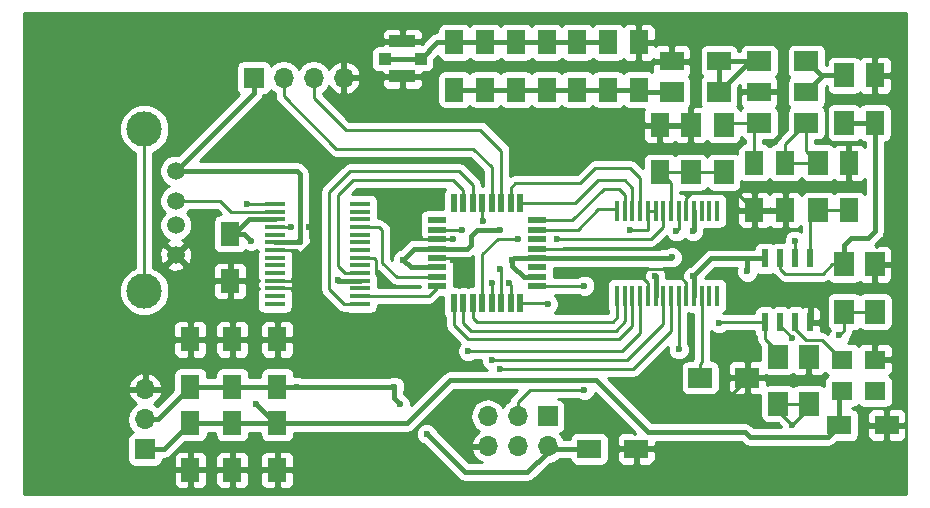
<source format=gtl>
G04 #@! TF.FileFunction,Copper,L1,Top,Signal*
%FSLAX46Y46*%
G04 Gerber Fmt 4.6, Leading zero omitted, Abs format (unit mm)*
G04 Created by KiCad (PCBNEW 4.0.5+dfsg1-4) date Sun Jul 16 22:59:55 2017*
%MOMM*%
%LPD*%
G01*
G04 APERTURE LIST*
%ADD10C,0.100000*%
%ADD11R,1.600000X0.550000*%
%ADD12R,0.550000X1.600000*%
%ADD13R,1.600000X2.000000*%
%ADD14R,0.450000X1.750000*%
%ADD15R,2.000000X1.600000*%
%ADD16R,1.700000X2.000000*%
%ADD17R,2.000000X1.700000*%
%ADD18R,1.700000X1.700000*%
%ADD19O,1.700000X1.700000*%
%ADD20C,1.500000*%
%ADD21C,3.000000*%
%ADD22R,1.041400X0.990600*%
%ADD23R,2.209800X1.041400*%
%ADD24R,0.600000X1.550000*%
%ADD25R,1.750000X0.450000*%
%ADD26R,1.800000X1.540000*%
%ADD27C,0.600000*%
%ADD28C,0.400000*%
%ADD29C,0.250000*%
%ADD30C,0.438000*%
%ADD31C,0.254000*%
G04 APERTURE END LIST*
D10*
D11*
X154360000Y-99910000D03*
X154360000Y-100710000D03*
X154360000Y-101510000D03*
X154360000Y-102310000D03*
X154360000Y-103110000D03*
X154360000Y-103910000D03*
X154360000Y-104710000D03*
X154360000Y-105510000D03*
D12*
X155810000Y-106960000D03*
X156610000Y-106960000D03*
X157410000Y-106960000D03*
X158210000Y-106960000D03*
X159010000Y-106960000D03*
X159810000Y-106960000D03*
X160610000Y-106960000D03*
X161410000Y-106960000D03*
D11*
X162860000Y-105510000D03*
X162860000Y-104710000D03*
X162860000Y-103910000D03*
X162860000Y-103110000D03*
X162860000Y-102310000D03*
X162860000Y-101510000D03*
X162860000Y-100710000D03*
X162860000Y-99910000D03*
D12*
X161410000Y-98460000D03*
X160610000Y-98460000D03*
X159810000Y-98460000D03*
X159010000Y-98460000D03*
X158210000Y-98460000D03*
X157410000Y-98460000D03*
X156610000Y-98460000D03*
X155810000Y-98460000D03*
D13*
X133500000Y-117050000D03*
X133500000Y-121050000D03*
D14*
X169625000Y-106310000D03*
X170275000Y-106310000D03*
X170925000Y-106310000D03*
X171575000Y-106310000D03*
X172225000Y-106310000D03*
X172875000Y-106310000D03*
X173525000Y-106310000D03*
X174175000Y-106310000D03*
X174825000Y-106310000D03*
X175475000Y-106310000D03*
X176125000Y-106310000D03*
X176775000Y-106310000D03*
X177425000Y-106310000D03*
X178075000Y-106310000D03*
X178075000Y-99110000D03*
X177425000Y-99110000D03*
X176775000Y-99110000D03*
X176125000Y-99110000D03*
X175475000Y-99110000D03*
X174825000Y-99110000D03*
X174175000Y-99110000D03*
X173525000Y-99110000D03*
X172875000Y-99110000D03*
X172225000Y-99110000D03*
X171575000Y-99110000D03*
X170925000Y-99110000D03*
X170275000Y-99110000D03*
X169625000Y-99110000D03*
D15*
X167250000Y-119250000D03*
X171250000Y-119250000D03*
X188450000Y-117250000D03*
X192450000Y-117250000D03*
D13*
X136850000Y-101050000D03*
X136850000Y-105050000D03*
X191450000Y-91650000D03*
X191450000Y-87650000D03*
D15*
X185650000Y-89050000D03*
X181650000Y-89050000D03*
D13*
X173250000Y-95850000D03*
X173250000Y-91850000D03*
X137050000Y-117050000D03*
X137050000Y-121050000D03*
D15*
X178250000Y-86450000D03*
X174250000Y-86450000D03*
D13*
X140850000Y-117050000D03*
X140850000Y-121050000D03*
X181250000Y-95050000D03*
X181250000Y-99050000D03*
X140855000Y-113995000D03*
X140855000Y-109995000D03*
X171450000Y-88850000D03*
X171450000Y-84850000D03*
X183850000Y-95050000D03*
X183850000Y-99050000D03*
X137045000Y-113995000D03*
X137045000Y-109995000D03*
X163650000Y-88850000D03*
X163650000Y-84850000D03*
X168850000Y-88850000D03*
X168850000Y-84850000D03*
X158450000Y-88850000D03*
X158450000Y-84850000D03*
X155850000Y-88850000D03*
X155850000Y-84850000D03*
X161050000Y-88850000D03*
X161050000Y-84850000D03*
X166250000Y-88850000D03*
X166250000Y-84850000D03*
X133485000Y-113995000D03*
X133485000Y-109995000D03*
X189250000Y-99050000D03*
X189250000Y-95050000D03*
D16*
X188850000Y-87650000D03*
X188850000Y-91650000D03*
D17*
X181650000Y-86450000D03*
X185650000Y-86450000D03*
D16*
X178650000Y-91850000D03*
X178650000Y-95850000D03*
D17*
X178250000Y-89050000D03*
X174250000Y-89050000D03*
X185650000Y-91650000D03*
X181650000Y-91650000D03*
D16*
X186650000Y-95050000D03*
X186650000Y-99050000D03*
D18*
X138850000Y-87850000D03*
D19*
X141390000Y-87850000D03*
X143930000Y-87850000D03*
X146470000Y-87850000D03*
D20*
X132250000Y-102860000D03*
X132250000Y-100320000D03*
X132250000Y-98290000D03*
X132250000Y-95750000D03*
D21*
X129580000Y-105910000D03*
X129580000Y-92190000D03*
D22*
X152986700Y-86250000D03*
D23*
X151450000Y-84776800D03*
D22*
X149938700Y-86250000D03*
D23*
X151450000Y-87723200D03*
D18*
X129655000Y-119305000D03*
D19*
X129655000Y-116765000D03*
X129655000Y-114225000D03*
D17*
X176650000Y-113250000D03*
X180650000Y-113250000D03*
D16*
X183250000Y-111450000D03*
X183250000Y-115450000D03*
X185850000Y-115450000D03*
X185850000Y-111450000D03*
X191450000Y-107650000D03*
X191450000Y-103650000D03*
X188850000Y-103650000D03*
X188850000Y-107650000D03*
X175850000Y-95850000D03*
X175850000Y-91850000D03*
D24*
X182145000Y-108550000D03*
X183415000Y-108550000D03*
X184685000Y-108550000D03*
X185955000Y-108550000D03*
X185955000Y-103150000D03*
X184685000Y-103150000D03*
X183415000Y-103150000D03*
X182145000Y-103150000D03*
D25*
X147850000Y-106975000D03*
X147850000Y-106325000D03*
X147850000Y-105675000D03*
X147850000Y-105025000D03*
X147850000Y-104375000D03*
X147850000Y-103725000D03*
X147850000Y-103075000D03*
X147850000Y-102425000D03*
X147850000Y-101775000D03*
X147850000Y-101125000D03*
X147850000Y-100475000D03*
X147850000Y-99825000D03*
X147850000Y-99175000D03*
X147850000Y-98525000D03*
X140650000Y-98525000D03*
X140650000Y-99175000D03*
X140650000Y-99825000D03*
X140650000Y-100475000D03*
X140650000Y-101125000D03*
X140650000Y-101775000D03*
X140650000Y-102425000D03*
X140650000Y-103075000D03*
X140650000Y-103725000D03*
X140650000Y-104375000D03*
X140650000Y-105025000D03*
X140650000Y-105675000D03*
X140650000Y-106325000D03*
X140650000Y-106975000D03*
D26*
X191450000Y-114390000D03*
X191450000Y-111710000D03*
X188650000Y-111710000D03*
X188650000Y-114390000D03*
D18*
X163750000Y-116500000D03*
D19*
X163750000Y-119040000D03*
X161210000Y-116500000D03*
X161210000Y-119040000D03*
X158670000Y-116500000D03*
X158670000Y-119040000D03*
D27*
X151250000Y-115500000D03*
X153500000Y-118000000D03*
X180650000Y-104250000D03*
X176050000Y-100850000D03*
X172850000Y-104650000D03*
X176050000Y-104650000D03*
X174250000Y-103050000D03*
X142750000Y-101750000D03*
X159750000Y-100750000D03*
X160750000Y-103250000D03*
X151500000Y-103250000D03*
X150750000Y-114000000D03*
X142500000Y-114000000D03*
X146000000Y-105000000D03*
X143500000Y-100500000D03*
X142000000Y-100500000D03*
X150500000Y-98000000D03*
X155750000Y-101500000D03*
X155750000Y-103250000D03*
X177500000Y-116500000D03*
X149750000Y-107500000D03*
X149750000Y-105000000D03*
X170750000Y-100750000D03*
X138650000Y-101650000D03*
X139050000Y-115450000D03*
X163750000Y-107000000D03*
X166850000Y-105450000D03*
X166850000Y-114250000D03*
X160500000Y-105250000D03*
X158250000Y-100000000D03*
X138250000Y-98500000D03*
X174850000Y-110850000D03*
X178250000Y-108650000D03*
X184450000Y-109850000D03*
X184450000Y-117250000D03*
X174650000Y-100850000D03*
X188450000Y-109650000D03*
X184650000Y-101650000D03*
X156500000Y-100750000D03*
X157000000Y-111000000D03*
X159000000Y-105250000D03*
X159000000Y-111750000D03*
X159750000Y-112500000D03*
X159750000Y-104000000D03*
X161250000Y-101500000D03*
X164500000Y-101500000D03*
D28*
X129655000Y-116765000D02*
X130715000Y-116765000D01*
X130715000Y-116765000D02*
X133485000Y-113995000D01*
X163750000Y-119040000D02*
X163750000Y-119500000D01*
X163750000Y-119500000D02*
X162000000Y-121250000D01*
X150750000Y-115000000D02*
X150750000Y-114000000D01*
X151250000Y-115500000D02*
X150750000Y-115000000D01*
X156750000Y-121250000D02*
X153500000Y-118000000D01*
X162000000Y-121250000D02*
X156750000Y-121250000D01*
X167250000Y-119250000D02*
X163960000Y-119250000D01*
X163960000Y-119250000D02*
X163750000Y-119040000D01*
X138850000Y-87850000D02*
X138850000Y-89150000D01*
X138850000Y-89150000D02*
X132250000Y-95750000D01*
X180650000Y-104250000D02*
X180650000Y-103150000D01*
X182145000Y-103150000D02*
X180650000Y-103150000D01*
X180650000Y-103150000D02*
X177550000Y-103150000D01*
X177550000Y-103150000D02*
X176050000Y-104650000D01*
X176125000Y-100775000D02*
X176125000Y-99110000D01*
X176050000Y-100850000D02*
X176125000Y-100775000D01*
X172850000Y-104650000D02*
X172875000Y-104675000D01*
X172875000Y-104675000D02*
X172875000Y-106310000D01*
X176125000Y-104725000D02*
X176125000Y-106310000D01*
X176050000Y-104650000D02*
X176125000Y-104725000D01*
X162860000Y-103110000D02*
X174190000Y-103110000D01*
X174190000Y-103110000D02*
X174250000Y-103050000D01*
X142750000Y-101750000D02*
X142750000Y-96000000D01*
X142500000Y-95750000D02*
X132250000Y-95750000D01*
X142750000Y-96000000D02*
X142500000Y-95750000D01*
X160750000Y-103250000D02*
X160750000Y-103750000D01*
X161710000Y-104710000D02*
X162860000Y-104710000D01*
X160750000Y-103750000D02*
X161710000Y-104710000D01*
X142725000Y-101775000D02*
X140650000Y-101775000D01*
X142750000Y-101750000D02*
X142725000Y-101775000D01*
X162860000Y-103110000D02*
X160890000Y-103110000D01*
X156940000Y-102310000D02*
X154360000Y-102310000D01*
X157250000Y-102000000D02*
X156940000Y-102310000D01*
X157250000Y-101250000D02*
X157250000Y-102000000D01*
X157750000Y-100750000D02*
X157250000Y-101250000D01*
X159750000Y-100750000D02*
X157750000Y-100750000D01*
X160890000Y-103110000D02*
X160750000Y-103250000D01*
X154360000Y-103910000D02*
X152160000Y-103910000D01*
X152160000Y-103910000D02*
X151500000Y-103250000D01*
X142500000Y-114000000D02*
X150750000Y-114000000D01*
X152440000Y-102310000D02*
X154360000Y-102310000D01*
X151500000Y-103250000D02*
X152440000Y-102310000D01*
X133235000Y-113995000D02*
X137045000Y-113995000D01*
X137045000Y-113995000D02*
X140855000Y-113995000D01*
X140855000Y-113995000D02*
X140860000Y-114000000D01*
X140860000Y-114000000D02*
X142500000Y-114000000D01*
X146000000Y-105000000D02*
X146025000Y-105025000D01*
X146025000Y-105025000D02*
X147850000Y-105025000D01*
X129655000Y-116765000D02*
X130465000Y-116765000D01*
D29*
X140650000Y-100475000D02*
X141975000Y-100475000D01*
X144000000Y-101500000D02*
X142750000Y-102750000D01*
X144000000Y-101000000D02*
X144000000Y-101500000D01*
X143500000Y-100500000D02*
X144000000Y-101000000D01*
X141975000Y-100475000D02*
X142000000Y-100500000D01*
X140650000Y-105675000D02*
X142675000Y-105675000D01*
X142750000Y-105600000D02*
X142750000Y-104750000D01*
X142675000Y-105675000D02*
X142750000Y-105600000D01*
X140650000Y-105025000D02*
X142475000Y-105025000D01*
X142425000Y-102425000D02*
X142750000Y-102750000D01*
X142750000Y-102750000D02*
X142750000Y-103000000D01*
X142425000Y-102425000D02*
X140650000Y-102425000D01*
X142750000Y-104750000D02*
X142750000Y-103000000D01*
X142475000Y-105025000D02*
X142750000Y-104750000D01*
X154360000Y-101510000D02*
X152260000Y-101510000D01*
X150500000Y-99750000D02*
X150500000Y-98000000D01*
X152260000Y-101510000D02*
X150500000Y-99750000D01*
X154360000Y-103110000D02*
X155610000Y-103110000D01*
X155740000Y-101510000D02*
X154360000Y-101510000D01*
X155750000Y-101500000D02*
X155740000Y-101510000D01*
X155610000Y-103110000D02*
X155750000Y-103250000D01*
X162860000Y-102310000D02*
X173190000Y-102310000D01*
X173190000Y-102310000D02*
X173750000Y-101750000D01*
X180650000Y-113250000D02*
X180650000Y-113350000D01*
X180650000Y-113350000D02*
X177500000Y-116500000D01*
X175475000Y-106310000D02*
X175475000Y-105225000D01*
X175475000Y-105225000D02*
X174750000Y-104500000D01*
X172225000Y-106310000D02*
X172225000Y-105225000D01*
X172000000Y-104000000D02*
X174000000Y-104000000D01*
X171750000Y-104250000D02*
X172000000Y-104000000D01*
X171750000Y-104750000D02*
X171750000Y-104250000D01*
X172225000Y-105225000D02*
X171750000Y-104750000D01*
X147850000Y-103075000D02*
X149075000Y-103075000D01*
X149250000Y-104500000D02*
X149750000Y-105000000D01*
X149250000Y-103250000D02*
X149250000Y-104500000D01*
X149075000Y-103075000D02*
X149250000Y-103250000D01*
X175475000Y-99110000D02*
X175475000Y-98025000D01*
X179700000Y-97500000D02*
X181250000Y-99050000D01*
X176000000Y-97500000D02*
X179700000Y-97500000D01*
X175475000Y-98025000D02*
X176000000Y-97500000D01*
X172225000Y-99110000D02*
X172225000Y-100725000D01*
X172200000Y-100750000D02*
X170750000Y-100750000D01*
X172225000Y-100725000D02*
X172200000Y-100750000D01*
X172875000Y-99110000D02*
X172225000Y-99110000D01*
D28*
X188450000Y-117250000D02*
X188450000Y-114590000D01*
X188450000Y-114590000D02*
X188650000Y-114390000D01*
X129655000Y-119305000D02*
X131245000Y-119305000D01*
X131245000Y-119305000D02*
X133500000Y-117050000D01*
X140850000Y-117050000D02*
X151850000Y-117050000D01*
X187450000Y-118250000D02*
X188450000Y-117250000D01*
X180850000Y-118250000D02*
X187450000Y-118250000D01*
X180450000Y-117850000D02*
X180850000Y-118250000D01*
X172250000Y-117850000D02*
X180450000Y-117850000D01*
X167850000Y-113450000D02*
X172250000Y-117850000D01*
X155450000Y-113450000D02*
X167850000Y-113450000D01*
X151850000Y-117050000D02*
X155450000Y-113450000D01*
X140850000Y-117050000D02*
X140650000Y-117050000D01*
X140650000Y-117050000D02*
X139050000Y-115450000D01*
X138050000Y-101050000D02*
X136850000Y-101050000D01*
X138650000Y-101650000D02*
X138050000Y-101050000D01*
X133250000Y-117050000D02*
X137050000Y-117050000D01*
X137050000Y-117050000D02*
X140850000Y-117050000D01*
X136850000Y-101050000D02*
X137200000Y-101050000D01*
X137200000Y-101050000D02*
X138250000Y-100000000D01*
X140650000Y-99825000D02*
X138425000Y-99825000D01*
X138425000Y-99825000D02*
X138250000Y-100000000D01*
D30*
X191450000Y-91650000D02*
X188850000Y-91650000D01*
X188850000Y-103650000D02*
X188850000Y-102050000D01*
X191450000Y-100850000D02*
X191450000Y-91650000D01*
X190850000Y-101450000D02*
X191450000Y-100850000D01*
X189450000Y-101450000D02*
X190850000Y-101450000D01*
X188850000Y-102050000D02*
X189450000Y-101450000D01*
D29*
X188850000Y-103650000D02*
X187850000Y-103650000D01*
X183415000Y-104015000D02*
X183415000Y-103150000D01*
X183850000Y-104450000D02*
X183415000Y-104015000D01*
X187050000Y-104450000D02*
X183850000Y-104450000D01*
X187850000Y-103650000D02*
X187050000Y-104450000D01*
D30*
X187050000Y-87650000D02*
X186850000Y-87650000D01*
X186850000Y-87650000D02*
X185650000Y-86450000D01*
X188850000Y-87650000D02*
X187050000Y-87650000D01*
X187050000Y-87650000D02*
X185650000Y-89050000D01*
D29*
X173250000Y-95850000D02*
X175850000Y-95850000D01*
X174175000Y-99110000D02*
X174175000Y-96775000D01*
X174175000Y-96775000D02*
X173250000Y-95850000D01*
X178650000Y-95850000D02*
X175850000Y-95850000D01*
D30*
X181650000Y-86450000D02*
X180850000Y-86450000D01*
X180850000Y-86450000D02*
X178250000Y-89050000D01*
X181650000Y-86450000D02*
X178250000Y-86450000D01*
X178250000Y-86450000D02*
X178250000Y-89050000D01*
D29*
X181650000Y-91650000D02*
X178850000Y-91650000D01*
X178850000Y-91650000D02*
X178650000Y-91850000D01*
X181250000Y-95050000D02*
X181250000Y-92050000D01*
X181250000Y-92050000D02*
X181650000Y-91650000D01*
D30*
X158450000Y-88850000D02*
X155850000Y-88850000D01*
X171450000Y-88850000D02*
X168850000Y-88850000D01*
X168850000Y-88850000D02*
X166250000Y-88850000D01*
X166250000Y-88850000D02*
X163650000Y-88850000D01*
X163650000Y-88850000D02*
X161050000Y-88850000D01*
X161050000Y-88850000D02*
X158450000Y-88850000D01*
X174250000Y-89050000D02*
X171650000Y-89050000D01*
X171650000Y-89050000D02*
X171450000Y-88850000D01*
D29*
X183850000Y-95050000D02*
X183850000Y-93450000D01*
X183850000Y-93450000D02*
X185650000Y-91650000D01*
X185650000Y-91650000D02*
X185650000Y-94050000D01*
X185650000Y-94050000D02*
X186650000Y-95050000D01*
X186650000Y-95050000D02*
X183850000Y-95050000D01*
D30*
X152986700Y-86250000D02*
X149938700Y-86250000D01*
X155850000Y-84850000D02*
X154386700Y-84850000D01*
X154386700Y-84850000D02*
X152986700Y-86250000D01*
X158450000Y-84850000D02*
X155850000Y-84850000D01*
X168850000Y-84850000D02*
X166250000Y-84850000D01*
X166250000Y-84850000D02*
X163650000Y-84850000D01*
X163650000Y-84850000D02*
X161050000Y-84850000D01*
X161050000Y-84850000D02*
X158450000Y-84850000D01*
D29*
X189250000Y-99050000D02*
X186650000Y-99050000D01*
X185955000Y-103150000D02*
X185955000Y-99745000D01*
X185955000Y-99745000D02*
X186650000Y-99050000D01*
X163710000Y-106960000D02*
X163750000Y-107000000D01*
X163710000Y-106960000D02*
X161410000Y-106960000D01*
X164450000Y-114250000D02*
X166850000Y-114250000D01*
X161210000Y-116500000D02*
X161210000Y-115290000D01*
X164450000Y-114250000D02*
X164000000Y-114250000D01*
X164000000Y-114250000D02*
X162250000Y-114250000D01*
X162250000Y-114250000D02*
X161210000Y-115290000D01*
X166790000Y-105510000D02*
X162860000Y-105510000D01*
X166850000Y-105450000D02*
X166790000Y-105510000D01*
X160610000Y-105360000D02*
X160500000Y-105250000D01*
X160610000Y-106960000D02*
X160610000Y-105360000D01*
X158210000Y-99960000D02*
X158250000Y-100000000D01*
X158210000Y-99960000D02*
X158210000Y-98460000D01*
X141390000Y-87850000D02*
X141390000Y-89390000D01*
X159010000Y-95410000D02*
X159010000Y-98460000D01*
X157450000Y-93850000D02*
X159010000Y-95410000D01*
X145850000Y-93850000D02*
X157450000Y-93850000D01*
X141390000Y-89390000D02*
X145850000Y-93850000D01*
X143930000Y-87850000D02*
X143930000Y-89530000D01*
X159810000Y-94010000D02*
X159810000Y-98460000D01*
X158050000Y-92250000D02*
X159810000Y-94010000D01*
X146650000Y-92250000D02*
X158050000Y-92250000D01*
X143930000Y-89530000D02*
X146650000Y-92250000D01*
X138275000Y-98525000D02*
X140650000Y-98525000D01*
X138250000Y-98500000D02*
X138275000Y-98525000D01*
X132250000Y-98290000D02*
X136040000Y-98290000D01*
X136925000Y-99175000D02*
X140650000Y-99175000D01*
X136040000Y-98290000D02*
X136925000Y-99175000D01*
X129580000Y-92190000D02*
X129580000Y-105910000D01*
X176650000Y-113250000D02*
X176650000Y-112050000D01*
X176775000Y-111925000D02*
X176775000Y-106310000D01*
X176650000Y-112050000D02*
X176775000Y-111925000D01*
X183250000Y-111450000D02*
X183250000Y-111050000D01*
X183250000Y-111050000D02*
X182145000Y-109945000D01*
X182145000Y-109945000D02*
X182145000Y-108550000D01*
X182145000Y-108550000D02*
X178350000Y-108550000D01*
X174825000Y-110825000D02*
X174825000Y-106310000D01*
X174850000Y-110850000D02*
X174825000Y-110825000D01*
X178350000Y-108550000D02*
X178250000Y-108650000D01*
X185850000Y-115450000D02*
X185850000Y-115850000D01*
X185850000Y-115850000D02*
X184450000Y-117250000D01*
X183415000Y-108550000D02*
X183415000Y-108815000D01*
X183415000Y-108815000D02*
X184450000Y-109850000D01*
X184450000Y-117250000D02*
X183250000Y-116050000D01*
X183250000Y-116050000D02*
X183250000Y-115450000D01*
X185850000Y-115450000D02*
X183250000Y-115450000D01*
X174825000Y-100675000D02*
X174825000Y-99110000D01*
X174650000Y-100850000D02*
X174825000Y-100675000D01*
X184685000Y-103150000D02*
X184685000Y-101685000D01*
X188850000Y-109250000D02*
X188850000Y-107650000D01*
X188450000Y-109650000D02*
X188850000Y-109250000D01*
X184685000Y-101685000D02*
X184650000Y-101650000D01*
X188850000Y-107650000D02*
X191450000Y-107650000D01*
X169625000Y-106310000D02*
X169625000Y-108125000D01*
X157410000Y-108160000D02*
X157410000Y-106960000D01*
X157750000Y-108500000D02*
X157410000Y-108160000D01*
X169250000Y-108500000D02*
X157750000Y-108500000D01*
X169625000Y-108125000D02*
X169250000Y-108500000D01*
X170275000Y-106310000D02*
X170275000Y-108475000D01*
X156610000Y-108610000D02*
X156610000Y-106960000D01*
X157250000Y-109250000D02*
X156610000Y-108610000D01*
X169500000Y-109250000D02*
X157250000Y-109250000D01*
X170275000Y-108475000D02*
X169500000Y-109250000D01*
X170925000Y-106310000D02*
X170925000Y-108825000D01*
X155810000Y-108810000D02*
X155810000Y-106960000D01*
X157000000Y-110000000D02*
X155810000Y-108810000D01*
X169750000Y-110000000D02*
X157000000Y-110000000D01*
X170925000Y-108825000D02*
X169750000Y-110000000D01*
X171575000Y-106310000D02*
X171575000Y-109425000D01*
X156460000Y-100710000D02*
X154360000Y-100710000D01*
X156500000Y-100750000D02*
X156460000Y-100710000D01*
X170000000Y-111000000D02*
X157000000Y-111000000D01*
X171575000Y-109425000D02*
X170000000Y-111000000D01*
X173525000Y-106310000D02*
X173525000Y-108725000D01*
X159010000Y-105260000D02*
X159010000Y-106960000D01*
X159000000Y-105250000D02*
X159010000Y-105260000D01*
X170500000Y-111750000D02*
X159000000Y-111750000D01*
X173525000Y-108725000D02*
X170500000Y-111750000D01*
X174175000Y-106310000D02*
X174175000Y-109325000D01*
X159810000Y-104060000D02*
X159810000Y-106960000D01*
X159750000Y-104000000D02*
X159810000Y-104060000D01*
X171000000Y-112500000D02*
X159750000Y-112500000D01*
X174175000Y-109325000D02*
X171000000Y-112500000D01*
X173525000Y-99110000D02*
X173525000Y-100475000D01*
X158210000Y-102790000D02*
X158210000Y-106960000D01*
X159500000Y-101500000D02*
X158210000Y-102790000D01*
X161250000Y-101500000D02*
X159500000Y-101500000D01*
X172500000Y-101500000D02*
X164500000Y-101500000D01*
X173525000Y-100475000D02*
X172500000Y-101500000D01*
X160610000Y-98460000D02*
X160610000Y-97140000D01*
X171575000Y-96325000D02*
X171575000Y-99110000D01*
X170750000Y-95500000D02*
X171575000Y-96325000D01*
X167750000Y-95500000D02*
X170750000Y-95500000D01*
X166500000Y-96750000D02*
X167750000Y-95500000D01*
X161000000Y-96750000D02*
X166500000Y-96750000D01*
X160610000Y-97140000D02*
X161000000Y-96750000D01*
X161410000Y-98460000D02*
X166040000Y-98460000D01*
X170925000Y-97175000D02*
X170925000Y-99110000D01*
X170250000Y-96500000D02*
X170925000Y-97175000D01*
X168000000Y-96500000D02*
X170250000Y-96500000D01*
X166040000Y-98460000D02*
X168000000Y-96500000D01*
X162860000Y-99910000D02*
X165840000Y-99910000D01*
X170275000Y-97775000D02*
X170275000Y-99110000D01*
X169750000Y-97250000D02*
X170275000Y-97775000D01*
X168500000Y-97250000D02*
X169750000Y-97250000D01*
X165840000Y-99910000D02*
X168500000Y-97250000D01*
X169515000Y-99000000D02*
X168000000Y-99000000D01*
X166290000Y-100710000D02*
X168000000Y-99000000D01*
X166290000Y-100710000D02*
X162860000Y-100710000D01*
X169515000Y-99000000D02*
X169625000Y-99110000D01*
X154360000Y-104710000D02*
X150960000Y-104710000D01*
X149475000Y-100475000D02*
X147850000Y-100475000D01*
X149750000Y-100750000D02*
X149475000Y-100475000D01*
X149750000Y-103500000D02*
X149750000Y-100750000D01*
X150960000Y-104710000D02*
X149750000Y-103500000D01*
X154360000Y-105510000D02*
X154360000Y-105640000D01*
X154360000Y-105640000D02*
X153675000Y-106325000D01*
X153675000Y-106325000D02*
X147850000Y-106325000D01*
X157410000Y-98460000D02*
X157410000Y-96910000D01*
X146475000Y-106975000D02*
X147850000Y-106975000D01*
X145250000Y-105750000D02*
X146475000Y-106975000D01*
X145250000Y-97500000D02*
X145250000Y-105750000D01*
X147000000Y-95750000D02*
X145250000Y-97500000D01*
X156250000Y-95750000D02*
X147000000Y-95750000D01*
X157410000Y-96910000D02*
X156250000Y-95750000D01*
X156610000Y-98460000D02*
X156610000Y-97360000D01*
X146625000Y-104375000D02*
X147850000Y-104375000D01*
X146000000Y-103750000D02*
X146625000Y-104375000D01*
X146000000Y-97750000D02*
X146000000Y-103750000D01*
X147250000Y-96500000D02*
X146000000Y-97750000D01*
X155750000Y-96500000D02*
X147250000Y-96500000D01*
X156610000Y-97360000D02*
X155750000Y-96500000D01*
X184685000Y-108550000D02*
X184685000Y-109085000D01*
X184685000Y-109085000D02*
X185650000Y-110050000D01*
X186990000Y-110050000D02*
X188650000Y-111710000D01*
X185650000Y-110050000D02*
X186990000Y-110050000D01*
X184650000Y-108585000D02*
X184685000Y-108550000D01*
D31*
G36*
X194123000Y-123123000D02*
X119377000Y-123123000D01*
X119377000Y-121335750D01*
X132065000Y-121335750D01*
X132065000Y-122176309D01*
X132161673Y-122409698D01*
X132340301Y-122588327D01*
X132573690Y-122685000D01*
X133214250Y-122685000D01*
X133373000Y-122526250D01*
X133373000Y-121177000D01*
X133627000Y-121177000D01*
X133627000Y-122526250D01*
X133785750Y-122685000D01*
X134426310Y-122685000D01*
X134659699Y-122588327D01*
X134838327Y-122409698D01*
X134935000Y-122176309D01*
X134935000Y-121335750D01*
X135615000Y-121335750D01*
X135615000Y-122176309D01*
X135711673Y-122409698D01*
X135890301Y-122588327D01*
X136123690Y-122685000D01*
X136764250Y-122685000D01*
X136923000Y-122526250D01*
X136923000Y-121177000D01*
X137177000Y-121177000D01*
X137177000Y-122526250D01*
X137335750Y-122685000D01*
X137976310Y-122685000D01*
X138209699Y-122588327D01*
X138388327Y-122409698D01*
X138485000Y-122176309D01*
X138485000Y-121335750D01*
X139415000Y-121335750D01*
X139415000Y-122176309D01*
X139511673Y-122409698D01*
X139690301Y-122588327D01*
X139923690Y-122685000D01*
X140564250Y-122685000D01*
X140723000Y-122526250D01*
X140723000Y-121177000D01*
X140977000Y-121177000D01*
X140977000Y-122526250D01*
X141135750Y-122685000D01*
X141776310Y-122685000D01*
X142009699Y-122588327D01*
X142188327Y-122409698D01*
X142285000Y-122176309D01*
X142285000Y-121335750D01*
X142126250Y-121177000D01*
X140977000Y-121177000D01*
X140723000Y-121177000D01*
X139573750Y-121177000D01*
X139415000Y-121335750D01*
X138485000Y-121335750D01*
X138326250Y-121177000D01*
X137177000Y-121177000D01*
X136923000Y-121177000D01*
X135773750Y-121177000D01*
X135615000Y-121335750D01*
X134935000Y-121335750D01*
X134776250Y-121177000D01*
X133627000Y-121177000D01*
X133373000Y-121177000D01*
X132223750Y-121177000D01*
X132065000Y-121335750D01*
X119377000Y-121335750D01*
X119377000Y-116765000D01*
X128140907Y-116765000D01*
X128253946Y-117333285D01*
X128575853Y-117815054D01*
X128617452Y-117842850D01*
X128569683Y-117851838D01*
X128353559Y-117990910D01*
X128208569Y-118203110D01*
X128157560Y-118455000D01*
X128157560Y-120155000D01*
X128201838Y-120390317D01*
X128340910Y-120606441D01*
X128553110Y-120751431D01*
X128805000Y-120802440D01*
X130505000Y-120802440D01*
X130740317Y-120758162D01*
X130956441Y-120619090D01*
X131101431Y-120406890D01*
X131152440Y-120155000D01*
X131152440Y-120140000D01*
X131245000Y-120140000D01*
X131564541Y-120076439D01*
X131793144Y-119923691D01*
X132065000Y-119923691D01*
X132065000Y-120764250D01*
X132223750Y-120923000D01*
X133373000Y-120923000D01*
X133373000Y-119573750D01*
X133627000Y-119573750D01*
X133627000Y-120923000D01*
X134776250Y-120923000D01*
X134935000Y-120764250D01*
X134935000Y-119923691D01*
X135615000Y-119923691D01*
X135615000Y-120764250D01*
X135773750Y-120923000D01*
X136923000Y-120923000D01*
X136923000Y-119573750D01*
X137177000Y-119573750D01*
X137177000Y-120923000D01*
X138326250Y-120923000D01*
X138485000Y-120764250D01*
X138485000Y-119923691D01*
X139415000Y-119923691D01*
X139415000Y-120764250D01*
X139573750Y-120923000D01*
X140723000Y-120923000D01*
X140723000Y-119573750D01*
X140977000Y-119573750D01*
X140977000Y-120923000D01*
X142126250Y-120923000D01*
X142285000Y-120764250D01*
X142285000Y-119923691D01*
X142188327Y-119690302D01*
X142009699Y-119511673D01*
X141776310Y-119415000D01*
X141135750Y-119415000D01*
X140977000Y-119573750D01*
X140723000Y-119573750D01*
X140564250Y-119415000D01*
X139923690Y-119415000D01*
X139690301Y-119511673D01*
X139511673Y-119690302D01*
X139415000Y-119923691D01*
X138485000Y-119923691D01*
X138388327Y-119690302D01*
X138209699Y-119511673D01*
X137976310Y-119415000D01*
X137335750Y-119415000D01*
X137177000Y-119573750D01*
X136923000Y-119573750D01*
X136764250Y-119415000D01*
X136123690Y-119415000D01*
X135890301Y-119511673D01*
X135711673Y-119690302D01*
X135615000Y-119923691D01*
X134935000Y-119923691D01*
X134838327Y-119690302D01*
X134659699Y-119511673D01*
X134426310Y-119415000D01*
X133785750Y-119415000D01*
X133627000Y-119573750D01*
X133373000Y-119573750D01*
X133214250Y-119415000D01*
X132573690Y-119415000D01*
X132340301Y-119511673D01*
X132161673Y-119690302D01*
X132065000Y-119923691D01*
X131793144Y-119923691D01*
X131835434Y-119895434D01*
X133033428Y-118697440D01*
X134300000Y-118697440D01*
X134535317Y-118653162D01*
X134751441Y-118514090D01*
X134896431Y-118301890D01*
X134947440Y-118050000D01*
X134947440Y-117885000D01*
X135602560Y-117885000D01*
X135602560Y-118050000D01*
X135646838Y-118285317D01*
X135785910Y-118501441D01*
X135998110Y-118646431D01*
X136250000Y-118697440D01*
X137850000Y-118697440D01*
X138085317Y-118653162D01*
X138301441Y-118514090D01*
X138446431Y-118301890D01*
X138497440Y-118050000D01*
X138497440Y-117885000D01*
X139402560Y-117885000D01*
X139402560Y-118050000D01*
X139446838Y-118285317D01*
X139585910Y-118501441D01*
X139798110Y-118646431D01*
X140050000Y-118697440D01*
X141650000Y-118697440D01*
X141885317Y-118653162D01*
X142101441Y-118514090D01*
X142246431Y-118301890D01*
X142297440Y-118050000D01*
X142297440Y-117885000D01*
X151850000Y-117885000D01*
X152169541Y-117821439D01*
X152440434Y-117640434D01*
X155795868Y-114285000D01*
X161140198Y-114285000D01*
X160672599Y-114752599D01*
X160507852Y-114999161D01*
X160464442Y-115217396D01*
X160159946Y-115420853D01*
X159940000Y-115750026D01*
X159720054Y-115420853D01*
X159238285Y-115098946D01*
X158670000Y-114985907D01*
X158101715Y-115098946D01*
X157619946Y-115420853D01*
X157298039Y-115902622D01*
X157185000Y-116470907D01*
X157185000Y-116529093D01*
X157298039Y-117097378D01*
X157619946Y-117579147D01*
X157903101Y-117768345D01*
X157903076Y-117768355D01*
X157474817Y-118158642D01*
X157228514Y-118683108D01*
X157349181Y-118913000D01*
X158543000Y-118913000D01*
X158543000Y-118893000D01*
X158797000Y-118893000D01*
X158797000Y-118913000D01*
X158817000Y-118913000D01*
X158817000Y-119167000D01*
X158797000Y-119167000D01*
X158797000Y-119187000D01*
X158543000Y-119187000D01*
X158543000Y-119167000D01*
X157349181Y-119167000D01*
X157228514Y-119396892D01*
X157474817Y-119921358D01*
X157903076Y-120311645D01*
X158152613Y-120415000D01*
X157095868Y-120415000D01*
X154392535Y-117711667D01*
X154293117Y-117471057D01*
X154030327Y-117207808D01*
X153686799Y-117065162D01*
X153314833Y-117064838D01*
X152971057Y-117206883D01*
X152707808Y-117469673D01*
X152565162Y-117813201D01*
X152564838Y-118185167D01*
X152706883Y-118528943D01*
X152969673Y-118792192D01*
X153211910Y-118892778D01*
X156159566Y-121840434D01*
X156430459Y-122021439D01*
X156750000Y-122085000D01*
X162000000Y-122085000D01*
X162319541Y-122021439D01*
X162590434Y-121840434D01*
X163908254Y-120522614D01*
X164318285Y-120441054D01*
X164800054Y-120119147D01*
X164822870Y-120085000D01*
X165609146Y-120085000D01*
X165646838Y-120285317D01*
X165785910Y-120501441D01*
X165998110Y-120646431D01*
X166250000Y-120697440D01*
X168250000Y-120697440D01*
X168485317Y-120653162D01*
X168701441Y-120514090D01*
X168846431Y-120301890D01*
X168897440Y-120050000D01*
X168897440Y-119535750D01*
X169615000Y-119535750D01*
X169615000Y-120176310D01*
X169711673Y-120409699D01*
X169890302Y-120588327D01*
X170123691Y-120685000D01*
X170964250Y-120685000D01*
X171123000Y-120526250D01*
X171123000Y-119377000D01*
X171377000Y-119377000D01*
X171377000Y-120526250D01*
X171535750Y-120685000D01*
X172376309Y-120685000D01*
X172609698Y-120588327D01*
X172788327Y-120409699D01*
X172885000Y-120176310D01*
X172885000Y-119535750D01*
X172726250Y-119377000D01*
X171377000Y-119377000D01*
X171123000Y-119377000D01*
X169773750Y-119377000D01*
X169615000Y-119535750D01*
X168897440Y-119535750D01*
X168897440Y-118450000D01*
X168853162Y-118214683D01*
X168714090Y-117998559D01*
X168501890Y-117853569D01*
X168250000Y-117802560D01*
X166250000Y-117802560D01*
X166014683Y-117846838D01*
X165798559Y-117985910D01*
X165653569Y-118198110D01*
X165609648Y-118415000D01*
X165103505Y-118415000D01*
X164800054Y-117960853D01*
X164798821Y-117960029D01*
X164835317Y-117953162D01*
X165051441Y-117814090D01*
X165196431Y-117601890D01*
X165247440Y-117350000D01*
X165247440Y-115650000D01*
X165203162Y-115414683D01*
X165064090Y-115198559D01*
X164851890Y-115053569D01*
X164636740Y-115010000D01*
X166287537Y-115010000D01*
X166319673Y-115042192D01*
X166663201Y-115184838D01*
X167035167Y-115185162D01*
X167378943Y-115043117D01*
X167642192Y-114780327D01*
X167747016Y-114527884D01*
X171122998Y-117903866D01*
X171122998Y-117973748D01*
X170964250Y-117815000D01*
X170123691Y-117815000D01*
X169890302Y-117911673D01*
X169711673Y-118090301D01*
X169615000Y-118323690D01*
X169615000Y-118964250D01*
X169773750Y-119123000D01*
X171123000Y-119123000D01*
X171123000Y-119103000D01*
X171377000Y-119103000D01*
X171377000Y-119123000D01*
X172726250Y-119123000D01*
X172885000Y-118964250D01*
X172885000Y-118685000D01*
X180104132Y-118685000D01*
X180259566Y-118840434D01*
X180530459Y-119021439D01*
X180850000Y-119085000D01*
X187450000Y-119085000D01*
X187769541Y-119021439D01*
X188040434Y-118840434D01*
X188183428Y-118697440D01*
X189450000Y-118697440D01*
X189685317Y-118653162D01*
X189901441Y-118514090D01*
X190046431Y-118301890D01*
X190097440Y-118050000D01*
X190097440Y-117535750D01*
X190815000Y-117535750D01*
X190815000Y-118176310D01*
X190911673Y-118409699D01*
X191090302Y-118588327D01*
X191323691Y-118685000D01*
X192164250Y-118685000D01*
X192323000Y-118526250D01*
X192323000Y-117377000D01*
X192577000Y-117377000D01*
X192577000Y-118526250D01*
X192735750Y-118685000D01*
X193576309Y-118685000D01*
X193809698Y-118588327D01*
X193988327Y-118409699D01*
X194085000Y-118176310D01*
X194085000Y-117535750D01*
X193926250Y-117377000D01*
X192577000Y-117377000D01*
X192323000Y-117377000D01*
X190973750Y-117377000D01*
X190815000Y-117535750D01*
X190097440Y-117535750D01*
X190097440Y-116450000D01*
X190073674Y-116323690D01*
X190815000Y-116323690D01*
X190815000Y-116964250D01*
X190973750Y-117123000D01*
X192323000Y-117123000D01*
X192323000Y-115973750D01*
X192577000Y-115973750D01*
X192577000Y-117123000D01*
X193926250Y-117123000D01*
X194085000Y-116964250D01*
X194085000Y-116323690D01*
X193988327Y-116090301D01*
X193809698Y-115911673D01*
X193576309Y-115815000D01*
X192735750Y-115815000D01*
X192577000Y-115973750D01*
X192323000Y-115973750D01*
X192164250Y-115815000D01*
X191323691Y-115815000D01*
X191090302Y-115911673D01*
X190911673Y-116090301D01*
X190815000Y-116323690D01*
X190073674Y-116323690D01*
X190053162Y-116214683D01*
X189914090Y-115998559D01*
X189701890Y-115853569D01*
X189474098Y-115807440D01*
X189550000Y-115807440D01*
X189785317Y-115763162D01*
X190001441Y-115624090D01*
X190049134Y-115554289D01*
X190085910Y-115611441D01*
X190298110Y-115756431D01*
X190550000Y-115807440D01*
X192350000Y-115807440D01*
X192585317Y-115763162D01*
X192801441Y-115624090D01*
X192946431Y-115411890D01*
X192997440Y-115160000D01*
X192997440Y-113620000D01*
X192953162Y-113384683D01*
X192814090Y-113168559D01*
X192637803Y-113048107D01*
X192709699Y-113018327D01*
X192888327Y-112839698D01*
X192985000Y-112606309D01*
X192985000Y-111995750D01*
X192826250Y-111837000D01*
X191577000Y-111837000D01*
X191577000Y-111857000D01*
X191323000Y-111857000D01*
X191323000Y-111837000D01*
X191303000Y-111837000D01*
X191303000Y-111583000D01*
X191323000Y-111583000D01*
X191323000Y-110463750D01*
X191577000Y-110463750D01*
X191577000Y-111583000D01*
X192826250Y-111583000D01*
X192985000Y-111424250D01*
X192985000Y-110813691D01*
X192888327Y-110580302D01*
X192709699Y-110401673D01*
X192476310Y-110305000D01*
X191735750Y-110305000D01*
X191577000Y-110463750D01*
X191323000Y-110463750D01*
X191164250Y-110305000D01*
X190423690Y-110305000D01*
X190190301Y-110401673D01*
X190049064Y-110542911D01*
X190014090Y-110488559D01*
X189801890Y-110343569D01*
X189550000Y-110292560D01*
X189129763Y-110292560D01*
X189242192Y-110180327D01*
X189384838Y-109836799D01*
X189384879Y-109789923D01*
X189387401Y-109787401D01*
X189552148Y-109540840D01*
X189571770Y-109442192D01*
X189600564Y-109297440D01*
X189700000Y-109297440D01*
X189935317Y-109253162D01*
X190151441Y-109114090D01*
X190152390Y-109112701D01*
X190348110Y-109246431D01*
X190600000Y-109297440D01*
X192300000Y-109297440D01*
X192535317Y-109253162D01*
X192751441Y-109114090D01*
X192896431Y-108901890D01*
X192947440Y-108650000D01*
X192947440Y-106650000D01*
X192903162Y-106414683D01*
X192764090Y-106198559D01*
X192551890Y-106053569D01*
X192300000Y-106002560D01*
X190600000Y-106002560D01*
X190364683Y-106046838D01*
X190148559Y-106185910D01*
X190147610Y-106187299D01*
X189951890Y-106053569D01*
X189700000Y-106002560D01*
X188000000Y-106002560D01*
X187764683Y-106046838D01*
X187548559Y-106185910D01*
X187403569Y-106398110D01*
X187352560Y-106650000D01*
X187352560Y-108650000D01*
X187396838Y-108885317D01*
X187535910Y-109101441D01*
X187636764Y-109170352D01*
X187515162Y-109463201D01*
X187515126Y-109504397D01*
X187280839Y-109347852D01*
X186990000Y-109290000D01*
X186890000Y-109290000D01*
X186890000Y-108835750D01*
X186731250Y-108677000D01*
X186082000Y-108677000D01*
X186082000Y-108697000D01*
X185828000Y-108697000D01*
X185828000Y-108677000D01*
X185808000Y-108677000D01*
X185808000Y-108423000D01*
X185828000Y-108423000D01*
X185828000Y-107298750D01*
X186082000Y-107298750D01*
X186082000Y-108423000D01*
X186731250Y-108423000D01*
X186890000Y-108264250D01*
X186890000Y-107648691D01*
X186793327Y-107415302D01*
X186614699Y-107236673D01*
X186381310Y-107140000D01*
X186240750Y-107140000D01*
X186082000Y-107298750D01*
X185828000Y-107298750D01*
X185669250Y-107140000D01*
X185528690Y-107140000D01*
X185311878Y-107229806D01*
X185236890Y-107178569D01*
X184985000Y-107127560D01*
X184385000Y-107127560D01*
X184149683Y-107171838D01*
X184050472Y-107235678D01*
X183966890Y-107178569D01*
X183715000Y-107127560D01*
X183115000Y-107127560D01*
X182879683Y-107171838D01*
X182780472Y-107235678D01*
X182696890Y-107178569D01*
X182445000Y-107127560D01*
X181845000Y-107127560D01*
X181609683Y-107171838D01*
X181393559Y-107310910D01*
X181248569Y-107523110D01*
X181197560Y-107775000D01*
X181197560Y-107790000D01*
X178617028Y-107790000D01*
X178565629Y-107768657D01*
X178751441Y-107649090D01*
X178896431Y-107436890D01*
X178947440Y-107185000D01*
X178947440Y-105435000D01*
X178903162Y-105199683D01*
X178764090Y-104983559D01*
X178551890Y-104838569D01*
X178300000Y-104787560D01*
X177850000Y-104787560D01*
X177746329Y-104807067D01*
X177650000Y-104787560D01*
X177200000Y-104787560D01*
X177096329Y-104807067D01*
X177077595Y-104803273D01*
X177895868Y-103985000D01*
X179747634Y-103985000D01*
X179715162Y-104063201D01*
X179714838Y-104435167D01*
X179856883Y-104778943D01*
X180119673Y-105042192D01*
X180463201Y-105184838D01*
X180835167Y-105185162D01*
X181178943Y-105043117D01*
X181442192Y-104780327D01*
X181559291Y-104498323D01*
X181593110Y-104521431D01*
X181845000Y-104572440D01*
X182445000Y-104572440D01*
X182680317Y-104528162D01*
X182779528Y-104464322D01*
X182851693Y-104513630D01*
X182877599Y-104552401D01*
X183312599Y-104987401D01*
X183559161Y-105152148D01*
X183850000Y-105210000D01*
X187050000Y-105210000D01*
X187340839Y-105152148D01*
X187500074Y-105045751D01*
X187535910Y-105101441D01*
X187748110Y-105246431D01*
X188000000Y-105297440D01*
X189700000Y-105297440D01*
X189935317Y-105253162D01*
X190151441Y-105114090D01*
X190157377Y-105105402D01*
X190240301Y-105188327D01*
X190473690Y-105285000D01*
X191164250Y-105285000D01*
X191323000Y-105126250D01*
X191323000Y-103777000D01*
X191577000Y-103777000D01*
X191577000Y-105126250D01*
X191735750Y-105285000D01*
X192426310Y-105285000D01*
X192659699Y-105188327D01*
X192838327Y-105009698D01*
X192935000Y-104776309D01*
X192935000Y-103935750D01*
X192776250Y-103777000D01*
X191577000Y-103777000D01*
X191323000Y-103777000D01*
X191303000Y-103777000D01*
X191303000Y-103523000D01*
X191323000Y-103523000D01*
X191323000Y-103503000D01*
X191577000Y-103503000D01*
X191577000Y-103523000D01*
X192776250Y-103523000D01*
X192935000Y-103364250D01*
X192935000Y-102523691D01*
X192838327Y-102290302D01*
X192659699Y-102111673D01*
X192426310Y-102015000D01*
X191735750Y-102015000D01*
X191577002Y-102173748D01*
X191577002Y-102015000D01*
X191492738Y-102015000D01*
X192053869Y-101453869D01*
X192098175Y-101387560D01*
X192238993Y-101176812D01*
X192304000Y-100850000D01*
X192304000Y-93287279D01*
X192485317Y-93253162D01*
X192701441Y-93114090D01*
X192846431Y-92901890D01*
X192897440Y-92650000D01*
X192897440Y-90650000D01*
X192853162Y-90414683D01*
X192714090Y-90198559D01*
X192501890Y-90053569D01*
X192250000Y-90002560D01*
X190650000Y-90002560D01*
X190414683Y-90046838D01*
X190198559Y-90185910D01*
X190176616Y-90218025D01*
X190164090Y-90198559D01*
X189951890Y-90053569D01*
X189700000Y-90002560D01*
X188000000Y-90002560D01*
X187764683Y-90046838D01*
X187548559Y-90185910D01*
X187403569Y-90398110D01*
X187352560Y-90650000D01*
X187352560Y-92650000D01*
X187396838Y-92885317D01*
X187535910Y-93101441D01*
X187748110Y-93246431D01*
X188000000Y-93297440D01*
X189700000Y-93297440D01*
X189935317Y-93253162D01*
X190151441Y-93114090D01*
X190173384Y-93081975D01*
X190185910Y-93101441D01*
X190398110Y-93246431D01*
X190596000Y-93286505D01*
X190596000Y-93708826D01*
X190588327Y-93690302D01*
X190409699Y-93511673D01*
X190176310Y-93415000D01*
X189535750Y-93415000D01*
X189377000Y-93573750D01*
X189377000Y-94923000D01*
X189397000Y-94923000D01*
X189397000Y-95177000D01*
X189377000Y-95177000D01*
X189377000Y-96526250D01*
X189535750Y-96685000D01*
X190176310Y-96685000D01*
X190409699Y-96588327D01*
X190588327Y-96409698D01*
X190596000Y-96391174D01*
X190596000Y-97725851D01*
X190514090Y-97598559D01*
X190301890Y-97453569D01*
X190050000Y-97402560D01*
X188450000Y-97402560D01*
X188214683Y-97446838D01*
X187998559Y-97585910D01*
X187976616Y-97618025D01*
X187964090Y-97598559D01*
X187751890Y-97453569D01*
X187500000Y-97402560D01*
X185800000Y-97402560D01*
X185564683Y-97446838D01*
X185348559Y-97585910D01*
X185221881Y-97771309D01*
X185188327Y-97690302D01*
X185009699Y-97511673D01*
X184776310Y-97415000D01*
X184135750Y-97415000D01*
X183977000Y-97573750D01*
X183977000Y-98923000D01*
X183997000Y-98923000D01*
X183997000Y-99177000D01*
X183977000Y-99177000D01*
X183977000Y-100526250D01*
X184135750Y-100685000D01*
X184776310Y-100685000D01*
X185009699Y-100588327D01*
X185188327Y-100409698D01*
X185195000Y-100393588D01*
X185195000Y-100872507D01*
X185180327Y-100857808D01*
X184836799Y-100715162D01*
X184464833Y-100714838D01*
X184121057Y-100856883D01*
X183857808Y-101119673D01*
X183715162Y-101463201D01*
X183714932Y-101727560D01*
X183115000Y-101727560D01*
X182879683Y-101771838D01*
X182780472Y-101835678D01*
X182696890Y-101778569D01*
X182445000Y-101727560D01*
X181845000Y-101727560D01*
X181609683Y-101771838D01*
X181393559Y-101910910D01*
X181248569Y-102123110D01*
X181209710Y-102315000D01*
X177550000Y-102315000D01*
X177230459Y-102378561D01*
X177046556Y-102501441D01*
X176959566Y-102559566D01*
X175761667Y-103757465D01*
X175521057Y-103856883D01*
X175257808Y-104119673D01*
X175115162Y-104463201D01*
X175114868Y-104800696D01*
X175050000Y-104787560D01*
X174600000Y-104787560D01*
X174496329Y-104807067D01*
X174400000Y-104787560D01*
X173950000Y-104787560D01*
X173846329Y-104807067D01*
X173784875Y-104794622D01*
X173785162Y-104464833D01*
X173643117Y-104121057D01*
X173467367Y-103945000D01*
X173967261Y-103945000D01*
X174063201Y-103984838D01*
X174435167Y-103985162D01*
X174778943Y-103843117D01*
X175042192Y-103580327D01*
X175184838Y-103236799D01*
X175185162Y-102864833D01*
X175043117Y-102521057D01*
X174780327Y-102257808D01*
X174436799Y-102115162D01*
X174064833Y-102114838D01*
X173721057Y-102256883D01*
X173702908Y-102275000D01*
X165047092Y-102275000D01*
X165062118Y-102260000D01*
X172500000Y-102260000D01*
X172790839Y-102202148D01*
X173037401Y-102037401D01*
X173809803Y-101264999D01*
X173856883Y-101378943D01*
X174119673Y-101642192D01*
X174463201Y-101784838D01*
X174835167Y-101785162D01*
X175178943Y-101643117D01*
X175350068Y-101472291D01*
X175519673Y-101642192D01*
X175863201Y-101784838D01*
X176235167Y-101785162D01*
X176578943Y-101643117D01*
X176842192Y-101380327D01*
X176984838Y-101036799D01*
X176985162Y-100664833D01*
X176971778Y-100632440D01*
X177000000Y-100632440D01*
X177103671Y-100612933D01*
X177200000Y-100632440D01*
X177650000Y-100632440D01*
X177753671Y-100612933D01*
X177850000Y-100632440D01*
X178300000Y-100632440D01*
X178535317Y-100588162D01*
X178751441Y-100449090D01*
X178896431Y-100236890D01*
X178947440Y-99985000D01*
X178947440Y-99335750D01*
X179815000Y-99335750D01*
X179815000Y-100176309D01*
X179911673Y-100409698D01*
X180090301Y-100588327D01*
X180323690Y-100685000D01*
X180964250Y-100685000D01*
X181123000Y-100526250D01*
X181123000Y-99177000D01*
X181377000Y-99177000D01*
X181377000Y-100526250D01*
X181535750Y-100685000D01*
X182176310Y-100685000D01*
X182409699Y-100588327D01*
X182550000Y-100448025D01*
X182690301Y-100588327D01*
X182923690Y-100685000D01*
X183564250Y-100685000D01*
X183723000Y-100526250D01*
X183723000Y-99177000D01*
X182573750Y-99177000D01*
X182550000Y-99200750D01*
X182526250Y-99177000D01*
X181377000Y-99177000D01*
X181123000Y-99177000D01*
X179973750Y-99177000D01*
X179815000Y-99335750D01*
X178947440Y-99335750D01*
X178947440Y-98235000D01*
X178903162Y-97999683D01*
X178854263Y-97923691D01*
X179815000Y-97923691D01*
X179815000Y-98764250D01*
X179973750Y-98923000D01*
X181123000Y-98923000D01*
X181123000Y-97573750D01*
X181377000Y-97573750D01*
X181377000Y-98923000D01*
X182526250Y-98923000D01*
X182550000Y-98899250D01*
X182573750Y-98923000D01*
X183723000Y-98923000D01*
X183723000Y-97573750D01*
X183564250Y-97415000D01*
X182923690Y-97415000D01*
X182690301Y-97511673D01*
X182550000Y-97651975D01*
X182409699Y-97511673D01*
X182176310Y-97415000D01*
X181535750Y-97415000D01*
X181377000Y-97573750D01*
X181123000Y-97573750D01*
X180964250Y-97415000D01*
X180323690Y-97415000D01*
X180090301Y-97511673D01*
X179911673Y-97690302D01*
X179815000Y-97923691D01*
X178854263Y-97923691D01*
X178764090Y-97783559D01*
X178551890Y-97638569D01*
X178300000Y-97587560D01*
X177850000Y-97587560D01*
X177746329Y-97607067D01*
X177650000Y-97587560D01*
X177200000Y-97587560D01*
X177096329Y-97607067D01*
X177000000Y-97587560D01*
X176550000Y-97587560D01*
X176446329Y-97607067D01*
X176350000Y-97587560D01*
X175900000Y-97587560D01*
X175828677Y-97600980D01*
X175826310Y-97600000D01*
X175746250Y-97600000D01*
X175725938Y-97620312D01*
X175664683Y-97631838D01*
X175472773Y-97755329D01*
X175301890Y-97638569D01*
X175227192Y-97623442D01*
X175203750Y-97600000D01*
X175123690Y-97600000D01*
X175119665Y-97601667D01*
X175050000Y-97587560D01*
X174935000Y-97587560D01*
X174935000Y-97484277D01*
X175000000Y-97497440D01*
X176700000Y-97497440D01*
X176935317Y-97453162D01*
X177151441Y-97314090D01*
X177250633Y-97168917D01*
X177335910Y-97301441D01*
X177548110Y-97446431D01*
X177800000Y-97497440D01*
X179500000Y-97497440D01*
X179735317Y-97453162D01*
X179951441Y-97314090D01*
X180096431Y-97101890D01*
X180147440Y-96850000D01*
X180147440Y-96611810D01*
X180198110Y-96646431D01*
X180450000Y-96697440D01*
X182050000Y-96697440D01*
X182285317Y-96653162D01*
X182501441Y-96514090D01*
X182549134Y-96444289D01*
X182585910Y-96501441D01*
X182798110Y-96646431D01*
X183050000Y-96697440D01*
X184650000Y-96697440D01*
X184885317Y-96653162D01*
X185101441Y-96514090D01*
X185226383Y-96331231D01*
X185335910Y-96501441D01*
X185548110Y-96646431D01*
X185800000Y-96697440D01*
X187500000Y-96697440D01*
X187735317Y-96653162D01*
X187951441Y-96514090D01*
X187977673Y-96475698D01*
X188090301Y-96588327D01*
X188323690Y-96685000D01*
X188964250Y-96685000D01*
X189123000Y-96526250D01*
X189123000Y-95177000D01*
X189103000Y-95177000D01*
X189103000Y-94923000D01*
X189123000Y-94923000D01*
X189123000Y-93573750D01*
X188964250Y-93415000D01*
X188323690Y-93415000D01*
X188090301Y-93511673D01*
X187979487Y-93622487D01*
X187964090Y-93598559D01*
X187751890Y-93453569D01*
X187500000Y-93402560D01*
X186410000Y-93402560D01*
X186410000Y-93147440D01*
X186650000Y-93147440D01*
X186885317Y-93103162D01*
X187101441Y-92964090D01*
X187246431Y-92751890D01*
X187297440Y-92500000D01*
X187297440Y-90800000D01*
X187253162Y-90564683D01*
X187114090Y-90348559D01*
X187081975Y-90326616D01*
X187101441Y-90314090D01*
X187246431Y-90101890D01*
X187297440Y-89850000D01*
X187297440Y-88610298D01*
X187352560Y-88555178D01*
X187352560Y-88650000D01*
X187396838Y-88885317D01*
X187535910Y-89101441D01*
X187748110Y-89246431D01*
X188000000Y-89297440D01*
X189700000Y-89297440D01*
X189935317Y-89253162D01*
X190151441Y-89114090D01*
X190177673Y-89075698D01*
X190290301Y-89188327D01*
X190523690Y-89285000D01*
X191164250Y-89285000D01*
X191323000Y-89126250D01*
X191323000Y-87777000D01*
X191577000Y-87777000D01*
X191577000Y-89126250D01*
X191735750Y-89285000D01*
X192376310Y-89285000D01*
X192609699Y-89188327D01*
X192788327Y-89009698D01*
X192885000Y-88776309D01*
X192885000Y-87935750D01*
X192726250Y-87777000D01*
X191577000Y-87777000D01*
X191323000Y-87777000D01*
X191303000Y-87777000D01*
X191303000Y-87523000D01*
X191323000Y-87523000D01*
X191323000Y-86173750D01*
X191577000Y-86173750D01*
X191577000Y-87523000D01*
X192726250Y-87523000D01*
X192885000Y-87364250D01*
X192885000Y-86523691D01*
X192788327Y-86290302D01*
X192609699Y-86111673D01*
X192376310Y-86015000D01*
X191735750Y-86015000D01*
X191577000Y-86173750D01*
X191323000Y-86173750D01*
X191164250Y-86015000D01*
X190523690Y-86015000D01*
X190290301Y-86111673D01*
X190179487Y-86222487D01*
X190164090Y-86198559D01*
X189951890Y-86053569D01*
X189700000Y-86002560D01*
X188000000Y-86002560D01*
X187764683Y-86046838D01*
X187548559Y-86185910D01*
X187403569Y-86398110D01*
X187352560Y-86650000D01*
X187352560Y-86796000D01*
X187297440Y-86796000D01*
X187297440Y-85600000D01*
X187253162Y-85364683D01*
X187114090Y-85148559D01*
X186901890Y-85003569D01*
X186650000Y-84952560D01*
X184650000Y-84952560D01*
X184414683Y-84996838D01*
X184198559Y-85135910D01*
X184053569Y-85348110D01*
X184002560Y-85600000D01*
X184002560Y-87300000D01*
X184046838Y-87535317D01*
X184185910Y-87751441D01*
X184218025Y-87773384D01*
X184198559Y-87785910D01*
X184053569Y-87998110D01*
X184002560Y-88250000D01*
X184002560Y-89850000D01*
X184046838Y-90085317D01*
X184185910Y-90301441D01*
X184218025Y-90323384D01*
X184198559Y-90335910D01*
X184053569Y-90548110D01*
X184002560Y-90800000D01*
X184002560Y-92222638D01*
X183312599Y-92912599D01*
X183147852Y-93159161D01*
X183099436Y-93402560D01*
X183050000Y-93402560D01*
X182814683Y-93446838D01*
X182598559Y-93585910D01*
X182550866Y-93655711D01*
X182514090Y-93598559D01*
X182301890Y-93453569D01*
X182050000Y-93402560D01*
X182010000Y-93402560D01*
X182010000Y-93147440D01*
X182650000Y-93147440D01*
X182885317Y-93103162D01*
X183101441Y-92964090D01*
X183246431Y-92751890D01*
X183297440Y-92500000D01*
X183297440Y-90800000D01*
X183253162Y-90564683D01*
X183114090Y-90348559D01*
X183075698Y-90322327D01*
X183188327Y-90209699D01*
X183285000Y-89976310D01*
X183285000Y-89335750D01*
X183126250Y-89177000D01*
X181777000Y-89177000D01*
X181777000Y-89197000D01*
X181523000Y-89197000D01*
X181523000Y-89177000D01*
X180173750Y-89177000D01*
X180015000Y-89335750D01*
X180015000Y-89976310D01*
X180111673Y-90209699D01*
X180222487Y-90320513D01*
X180198559Y-90335910D01*
X180057048Y-90543019D01*
X179964090Y-90398559D01*
X179768979Y-90265245D01*
X179846431Y-90151890D01*
X179897440Y-89900000D01*
X179897440Y-88610298D01*
X180015000Y-88492738D01*
X180015000Y-88764250D01*
X180173750Y-88923000D01*
X181523000Y-88923000D01*
X181523000Y-88903000D01*
X181777000Y-88903000D01*
X181777000Y-88923000D01*
X183126250Y-88923000D01*
X183285000Y-88764250D01*
X183285000Y-88123690D01*
X183188327Y-87890301D01*
X183077513Y-87779487D01*
X183101441Y-87764090D01*
X183246431Y-87551890D01*
X183297440Y-87300000D01*
X183297440Y-85600000D01*
X183253162Y-85364683D01*
X183114090Y-85148559D01*
X182901890Y-85003569D01*
X182650000Y-84952560D01*
X180650000Y-84952560D01*
X180414683Y-84996838D01*
X180198559Y-85135910D01*
X180053569Y-85348110D01*
X180003370Y-85596000D01*
X179887279Y-85596000D01*
X179853162Y-85414683D01*
X179714090Y-85198559D01*
X179501890Y-85053569D01*
X179250000Y-85002560D01*
X177250000Y-85002560D01*
X177014683Y-85046838D01*
X176798559Y-85185910D01*
X176653569Y-85398110D01*
X176602560Y-85650000D01*
X176602560Y-87250000D01*
X176646838Y-87485317D01*
X176785910Y-87701441D01*
X176818025Y-87723384D01*
X176798559Y-87735910D01*
X176653569Y-87948110D01*
X176602560Y-88200000D01*
X176602560Y-89900000D01*
X176646838Y-90135317D01*
X176698113Y-90215000D01*
X176135750Y-90215000D01*
X175977000Y-90373750D01*
X175977000Y-91723000D01*
X175997000Y-91723000D01*
X175997000Y-91977000D01*
X175977000Y-91977000D01*
X175977000Y-93326250D01*
X176135750Y-93485000D01*
X176826310Y-93485000D01*
X177059699Y-93388327D01*
X177238327Y-93209698D01*
X177253423Y-93173253D01*
X177335910Y-93301441D01*
X177548110Y-93446431D01*
X177800000Y-93497440D01*
X179500000Y-93497440D01*
X179735317Y-93453162D01*
X179951441Y-93314090D01*
X180096431Y-93101890D01*
X180141024Y-92881685D01*
X180185910Y-92951441D01*
X180398110Y-93096431D01*
X180490000Y-93115039D01*
X180490000Y-93402560D01*
X180450000Y-93402560D01*
X180214683Y-93446838D01*
X179998559Y-93585910D01*
X179853569Y-93798110D01*
X179802560Y-94050000D01*
X179802560Y-94288190D01*
X179751890Y-94253569D01*
X179500000Y-94202560D01*
X177800000Y-94202560D01*
X177564683Y-94246838D01*
X177348559Y-94385910D01*
X177249367Y-94531083D01*
X177164090Y-94398559D01*
X176951890Y-94253569D01*
X176700000Y-94202560D01*
X175000000Y-94202560D01*
X174764683Y-94246838D01*
X174548559Y-94385910D01*
X174526616Y-94418025D01*
X174514090Y-94398559D01*
X174301890Y-94253569D01*
X174050000Y-94202560D01*
X172450000Y-94202560D01*
X172214683Y-94246838D01*
X171998559Y-94385910D01*
X171853569Y-94598110D01*
X171802560Y-94850000D01*
X171802560Y-95477758D01*
X171287401Y-94962599D01*
X171040839Y-94797852D01*
X170750000Y-94740000D01*
X167750000Y-94740000D01*
X167459161Y-94797852D01*
X167212599Y-94962599D01*
X166185198Y-95990000D01*
X161000000Y-95990000D01*
X160709160Y-96047852D01*
X160570000Y-96140836D01*
X160570000Y-94010000D01*
X160512148Y-93719161D01*
X160347401Y-93472599D01*
X159010552Y-92135750D01*
X171815000Y-92135750D01*
X171815000Y-92976309D01*
X171911673Y-93209698D01*
X172090301Y-93388327D01*
X172323690Y-93485000D01*
X172964250Y-93485000D01*
X173123000Y-93326250D01*
X173123000Y-91977000D01*
X173377000Y-91977000D01*
X173377000Y-93326250D01*
X173535750Y-93485000D01*
X174176310Y-93485000D01*
X174409699Y-93388327D01*
X174525000Y-93273025D01*
X174640301Y-93388327D01*
X174873690Y-93485000D01*
X175564250Y-93485000D01*
X175723000Y-93326250D01*
X175723000Y-91977000D01*
X173377000Y-91977000D01*
X173123000Y-91977000D01*
X171973750Y-91977000D01*
X171815000Y-92135750D01*
X159010552Y-92135750D01*
X158587401Y-91712599D01*
X158340839Y-91547852D01*
X158050000Y-91490000D01*
X146964802Y-91490000D01*
X144690000Y-89215198D01*
X144690000Y-89122954D01*
X144980054Y-88929147D01*
X145207702Y-88588447D01*
X145274817Y-88731358D01*
X145703076Y-89121645D01*
X146113110Y-89291476D01*
X146343000Y-89170155D01*
X146343000Y-87977000D01*
X146597000Y-87977000D01*
X146597000Y-89170155D01*
X146826890Y-89291476D01*
X147236924Y-89121645D01*
X147665183Y-88731358D01*
X147911486Y-88206892D01*
X147807590Y-88008950D01*
X149710100Y-88008950D01*
X149710100Y-88370210D01*
X149806773Y-88603599D01*
X149985402Y-88782227D01*
X150218791Y-88878900D01*
X151164250Y-88878900D01*
X151323000Y-88720150D01*
X151323000Y-87850200D01*
X151577000Y-87850200D01*
X151577000Y-88720150D01*
X151735750Y-88878900D01*
X152681209Y-88878900D01*
X152914598Y-88782227D01*
X153093227Y-88603599D01*
X153189900Y-88370210D01*
X153189900Y-88008950D01*
X153031150Y-87850200D01*
X151577000Y-87850200D01*
X151323000Y-87850200D01*
X149868850Y-87850200D01*
X149710100Y-88008950D01*
X147807590Y-88008950D01*
X147790819Y-87977000D01*
X146597000Y-87977000D01*
X146343000Y-87977000D01*
X146323000Y-87977000D01*
X146323000Y-87850000D01*
X154402560Y-87850000D01*
X154402560Y-89850000D01*
X154446838Y-90085317D01*
X154585910Y-90301441D01*
X154798110Y-90446431D01*
X155050000Y-90497440D01*
X156650000Y-90497440D01*
X156885317Y-90453162D01*
X157101441Y-90314090D01*
X157149134Y-90244289D01*
X157185910Y-90301441D01*
X157398110Y-90446431D01*
X157650000Y-90497440D01*
X159250000Y-90497440D01*
X159485317Y-90453162D01*
X159701441Y-90314090D01*
X159749134Y-90244289D01*
X159785910Y-90301441D01*
X159998110Y-90446431D01*
X160250000Y-90497440D01*
X161850000Y-90497440D01*
X162085317Y-90453162D01*
X162301441Y-90314090D01*
X162349134Y-90244289D01*
X162385910Y-90301441D01*
X162598110Y-90446431D01*
X162850000Y-90497440D01*
X164450000Y-90497440D01*
X164685317Y-90453162D01*
X164901441Y-90314090D01*
X164949134Y-90244289D01*
X164985910Y-90301441D01*
X165198110Y-90446431D01*
X165450000Y-90497440D01*
X167050000Y-90497440D01*
X167285317Y-90453162D01*
X167501441Y-90314090D01*
X167549134Y-90244289D01*
X167585910Y-90301441D01*
X167798110Y-90446431D01*
X168050000Y-90497440D01*
X169650000Y-90497440D01*
X169885317Y-90453162D01*
X170101441Y-90314090D01*
X170149134Y-90244289D01*
X170185910Y-90301441D01*
X170398110Y-90446431D01*
X170650000Y-90497440D01*
X171908716Y-90497440D01*
X171815000Y-90723691D01*
X171815000Y-91564250D01*
X171973750Y-91723000D01*
X173123000Y-91723000D01*
X173123000Y-91703000D01*
X173377000Y-91703000D01*
X173377000Y-91723000D01*
X175723000Y-91723000D01*
X175723000Y-90373750D01*
X175706271Y-90357021D01*
X175846431Y-90151890D01*
X175897440Y-89900000D01*
X175897440Y-88200000D01*
X175853162Y-87964683D01*
X175714090Y-87748559D01*
X175675698Y-87722327D01*
X175788327Y-87609699D01*
X175885000Y-87376310D01*
X175885000Y-86735750D01*
X175726250Y-86577000D01*
X174377000Y-86577000D01*
X174377000Y-86597000D01*
X174123000Y-86597000D01*
X174123000Y-86577000D01*
X172773750Y-86577000D01*
X172615000Y-86735750D01*
X172615000Y-87330854D01*
X172501890Y-87253569D01*
X172250000Y-87202560D01*
X170650000Y-87202560D01*
X170414683Y-87246838D01*
X170198559Y-87385910D01*
X170150866Y-87455711D01*
X170114090Y-87398559D01*
X169901890Y-87253569D01*
X169650000Y-87202560D01*
X168050000Y-87202560D01*
X167814683Y-87246838D01*
X167598559Y-87385910D01*
X167550866Y-87455711D01*
X167514090Y-87398559D01*
X167301890Y-87253569D01*
X167050000Y-87202560D01*
X165450000Y-87202560D01*
X165214683Y-87246838D01*
X164998559Y-87385910D01*
X164950866Y-87455711D01*
X164914090Y-87398559D01*
X164701890Y-87253569D01*
X164450000Y-87202560D01*
X162850000Y-87202560D01*
X162614683Y-87246838D01*
X162398559Y-87385910D01*
X162350866Y-87455711D01*
X162314090Y-87398559D01*
X162101890Y-87253569D01*
X161850000Y-87202560D01*
X160250000Y-87202560D01*
X160014683Y-87246838D01*
X159798559Y-87385910D01*
X159750866Y-87455711D01*
X159714090Y-87398559D01*
X159501890Y-87253569D01*
X159250000Y-87202560D01*
X157650000Y-87202560D01*
X157414683Y-87246838D01*
X157198559Y-87385910D01*
X157150866Y-87455711D01*
X157114090Y-87398559D01*
X156901890Y-87253569D01*
X156650000Y-87202560D01*
X155050000Y-87202560D01*
X154814683Y-87246838D01*
X154598559Y-87385910D01*
X154453569Y-87598110D01*
X154402560Y-87850000D01*
X146323000Y-87850000D01*
X146323000Y-87723000D01*
X146343000Y-87723000D01*
X146343000Y-86529845D01*
X146597000Y-86529845D01*
X146597000Y-87723000D01*
X147790819Y-87723000D01*
X147911486Y-87493108D01*
X147665183Y-86968642D01*
X147236924Y-86578355D01*
X146826890Y-86408524D01*
X146597000Y-86529845D01*
X146343000Y-86529845D01*
X146113110Y-86408524D01*
X145703076Y-86578355D01*
X145274817Y-86968642D01*
X145207702Y-87111553D01*
X144980054Y-86770853D01*
X144498285Y-86448946D01*
X143930000Y-86335907D01*
X143361715Y-86448946D01*
X142879946Y-86770853D01*
X142660000Y-87100026D01*
X142440054Y-86770853D01*
X141958285Y-86448946D01*
X141390000Y-86335907D01*
X140821715Y-86448946D01*
X140339946Y-86770853D01*
X140312150Y-86812452D01*
X140303162Y-86764683D01*
X140164090Y-86548559D01*
X139951890Y-86403569D01*
X139700000Y-86352560D01*
X138000000Y-86352560D01*
X137764683Y-86396838D01*
X137548559Y-86535910D01*
X137403569Y-86748110D01*
X137352560Y-87000000D01*
X137352560Y-88700000D01*
X137396838Y-88935317D01*
X137535910Y-89151441D01*
X137614198Y-89204933D01*
X132453954Y-94365177D01*
X131975715Y-94364760D01*
X131466485Y-94575169D01*
X131076539Y-94964436D01*
X130865241Y-95473298D01*
X130864760Y-96024285D01*
X131075169Y-96533515D01*
X131464436Y-96923461D01*
X131696870Y-97019976D01*
X131466485Y-97115169D01*
X131076539Y-97504436D01*
X130865241Y-98013298D01*
X130864760Y-98564285D01*
X131075169Y-99073515D01*
X131306313Y-99305062D01*
X131076539Y-99534436D01*
X130865241Y-100043298D01*
X130864760Y-100594285D01*
X131075169Y-101103515D01*
X131464436Y-101493461D01*
X131680979Y-101583377D01*
X131526077Y-101647540D01*
X131458088Y-101888483D01*
X132250000Y-102680395D01*
X133041912Y-101888483D01*
X132973923Y-101647540D01*
X132807379Y-101588268D01*
X133033515Y-101494831D01*
X133423461Y-101105564D01*
X133634759Y-100596702D01*
X133635240Y-100045715D01*
X133424831Y-99536485D01*
X133193687Y-99304938D01*
X133423461Y-99075564D01*
X133434076Y-99050000D01*
X135725198Y-99050000D01*
X136077758Y-99402560D01*
X136050000Y-99402560D01*
X135814683Y-99446838D01*
X135598559Y-99585910D01*
X135453569Y-99798110D01*
X135402560Y-100050000D01*
X135402560Y-102050000D01*
X135446838Y-102285317D01*
X135585910Y-102501441D01*
X135798110Y-102646431D01*
X136050000Y-102697440D01*
X137650000Y-102697440D01*
X137885317Y-102653162D01*
X138101441Y-102514090D01*
X138143739Y-102452185D01*
X138463201Y-102584838D01*
X138835167Y-102585162D01*
X139140000Y-102459208D01*
X139140000Y-102552002D01*
X139210073Y-102552002D01*
X139178569Y-102598110D01*
X139163442Y-102672808D01*
X139140000Y-102696250D01*
X139140000Y-102776310D01*
X139141667Y-102780335D01*
X139127560Y-102850000D01*
X139127560Y-103300000D01*
X139147067Y-103403671D01*
X139127560Y-103500000D01*
X139127560Y-103950000D01*
X139147067Y-104053671D01*
X139127560Y-104150000D01*
X139127560Y-104600000D01*
X139140980Y-104671323D01*
X139140000Y-104673690D01*
X139140000Y-104753750D01*
X139160312Y-104774062D01*
X139171838Y-104835317D01*
X139297059Y-105029916D01*
X139236673Y-105090301D01*
X139159403Y-105276847D01*
X139140000Y-105296250D01*
X139140000Y-105403750D01*
X139159403Y-105423153D01*
X139236673Y-105609699D01*
X139298930Y-105671956D01*
X139178569Y-105848110D01*
X139163442Y-105922808D01*
X139140000Y-105946250D01*
X139140000Y-106026310D01*
X139141667Y-106030335D01*
X139127560Y-106100000D01*
X139127560Y-106550000D01*
X139147067Y-106653671D01*
X139127560Y-106750000D01*
X139127560Y-107200000D01*
X139171838Y-107435317D01*
X139310910Y-107651441D01*
X139523110Y-107796431D01*
X139775000Y-107847440D01*
X141525000Y-107847440D01*
X141760317Y-107803162D01*
X141976441Y-107664090D01*
X142121431Y-107451890D01*
X142172440Y-107200000D01*
X142172440Y-106750000D01*
X142152933Y-106646329D01*
X142172440Y-106550000D01*
X142172440Y-106100000D01*
X142159020Y-106028677D01*
X142160000Y-106026310D01*
X142160000Y-105946250D01*
X142139688Y-105925938D01*
X142128162Y-105864683D01*
X142002941Y-105670084D01*
X142063327Y-105609699D01*
X142140597Y-105423153D01*
X142160000Y-105403750D01*
X142160000Y-105296250D01*
X142140597Y-105276847D01*
X142063327Y-105090301D01*
X142001070Y-105028044D01*
X142121431Y-104851890D01*
X142136558Y-104777192D01*
X142160000Y-104753750D01*
X142160000Y-104673690D01*
X142158333Y-104669665D01*
X142172440Y-104600000D01*
X142172440Y-104150000D01*
X142152933Y-104046329D01*
X142172440Y-103950000D01*
X142172440Y-103500000D01*
X142152933Y-103396329D01*
X142172440Y-103300000D01*
X142172440Y-102850000D01*
X142159020Y-102778677D01*
X142160000Y-102776310D01*
X142160000Y-102696250D01*
X142139688Y-102675938D01*
X142128162Y-102614683D01*
X142125149Y-102610000D01*
X142382972Y-102610000D01*
X142563201Y-102684838D01*
X142935167Y-102685162D01*
X143278943Y-102543117D01*
X143542192Y-102280327D01*
X143684838Y-101936799D01*
X143685162Y-101564833D01*
X143585000Y-101322422D01*
X143585000Y-96000000D01*
X143521439Y-95680459D01*
X143340434Y-95409566D01*
X143090434Y-95159566D01*
X143072903Y-95147852D01*
X142819541Y-94978561D01*
X142500000Y-94915000D01*
X134265868Y-94915000D01*
X139440435Y-89740434D01*
X139621440Y-89469540D01*
X139645727Y-89347440D01*
X139700000Y-89347440D01*
X139935317Y-89303162D01*
X140151441Y-89164090D01*
X140296431Y-88951890D01*
X140310086Y-88884459D01*
X140339946Y-88929147D01*
X140630000Y-89122954D01*
X140630000Y-89390000D01*
X140687852Y-89680839D01*
X140852599Y-89927401D01*
X145312599Y-94387401D01*
X145559161Y-94552148D01*
X145850000Y-94610000D01*
X157135198Y-94610000D01*
X158250000Y-95724802D01*
X158250000Y-97012560D01*
X158170000Y-97012560D01*
X158170000Y-96910000D01*
X158112148Y-96619161D01*
X157947401Y-96372599D01*
X156787401Y-95212599D01*
X156540839Y-95047852D01*
X156250000Y-94990000D01*
X147000000Y-94990000D01*
X146709161Y-95047852D01*
X146462599Y-95212599D01*
X144712599Y-96962599D01*
X144547852Y-97209161D01*
X144490000Y-97500000D01*
X144490000Y-105750000D01*
X144547852Y-106040839D01*
X144712599Y-106287401D01*
X145937599Y-107512401D01*
X146184161Y-107677148D01*
X146475000Y-107735000D01*
X146633203Y-107735000D01*
X146723110Y-107796431D01*
X146975000Y-107847440D01*
X148725000Y-107847440D01*
X148960317Y-107803162D01*
X149176441Y-107664090D01*
X149321431Y-107451890D01*
X149372440Y-107200000D01*
X149372440Y-107085000D01*
X153675000Y-107085000D01*
X153965839Y-107027148D01*
X154212401Y-106862401D01*
X154642362Y-106432440D01*
X154887560Y-106432440D01*
X154887560Y-107760000D01*
X154931838Y-107995317D01*
X155050000Y-108178946D01*
X155050000Y-108810000D01*
X155107852Y-109100839D01*
X155272599Y-109347401D01*
X156301421Y-110376223D01*
X156207808Y-110469673D01*
X156065162Y-110813201D01*
X156064838Y-111185167D01*
X156206883Y-111528943D01*
X156469673Y-111792192D01*
X156813201Y-111934838D01*
X157185167Y-111935162D01*
X157528943Y-111793117D01*
X157562118Y-111760000D01*
X158064991Y-111760000D01*
X158064838Y-111935167D01*
X158206883Y-112278943D01*
X158469673Y-112542192D01*
X158645013Y-112615000D01*
X155450000Y-112615000D01*
X155130459Y-112678561D01*
X154934199Y-112809698D01*
X154859566Y-112859566D01*
X152184971Y-115534161D01*
X152185162Y-115314833D01*
X152043117Y-114971057D01*
X151780327Y-114707808D01*
X151585000Y-114626701D01*
X151585000Y-114427234D01*
X151684838Y-114186799D01*
X151685162Y-113814833D01*
X151543117Y-113471057D01*
X151280327Y-113207808D01*
X150936799Y-113065162D01*
X150564833Y-113064838D01*
X150322422Y-113165000D01*
X142927234Y-113165000D01*
X142686799Y-113065162D01*
X142314833Y-113064838D01*
X142302440Y-113069959D01*
X142302440Y-112995000D01*
X142258162Y-112759683D01*
X142119090Y-112543559D01*
X141906890Y-112398569D01*
X141655000Y-112347560D01*
X140055000Y-112347560D01*
X139819683Y-112391838D01*
X139603559Y-112530910D01*
X139458569Y-112743110D01*
X139407560Y-112995000D01*
X139407560Y-113160000D01*
X138492440Y-113160000D01*
X138492440Y-112995000D01*
X138448162Y-112759683D01*
X138309090Y-112543559D01*
X138096890Y-112398569D01*
X137845000Y-112347560D01*
X136245000Y-112347560D01*
X136009683Y-112391838D01*
X135793559Y-112530910D01*
X135648569Y-112743110D01*
X135597560Y-112995000D01*
X135597560Y-113160000D01*
X134932440Y-113160000D01*
X134932440Y-112995000D01*
X134888162Y-112759683D01*
X134749090Y-112543559D01*
X134536890Y-112398569D01*
X134285000Y-112347560D01*
X132685000Y-112347560D01*
X132449683Y-112391838D01*
X132233559Y-112530910D01*
X132088569Y-112743110D01*
X132037560Y-112995000D01*
X132037560Y-114261572D01*
X130644252Y-115654880D01*
X130393447Y-115487298D01*
X130536358Y-115420183D01*
X130926645Y-114991924D01*
X131096476Y-114581890D01*
X130975155Y-114352000D01*
X129782000Y-114352000D01*
X129782000Y-114372000D01*
X129528000Y-114372000D01*
X129528000Y-114352000D01*
X128334845Y-114352000D01*
X128213524Y-114581890D01*
X128383355Y-114991924D01*
X128773642Y-115420183D01*
X128916553Y-115487298D01*
X128575853Y-115714946D01*
X128253946Y-116196715D01*
X128140907Y-116765000D01*
X119377000Y-116765000D01*
X119377000Y-113868110D01*
X128213524Y-113868110D01*
X128334845Y-114098000D01*
X129528000Y-114098000D01*
X129528000Y-112904181D01*
X129782000Y-112904181D01*
X129782000Y-114098000D01*
X130975155Y-114098000D01*
X131096476Y-113868110D01*
X130926645Y-113458076D01*
X130536358Y-113029817D01*
X130011892Y-112783514D01*
X129782000Y-112904181D01*
X129528000Y-112904181D01*
X129298108Y-112783514D01*
X128773642Y-113029817D01*
X128383355Y-113458076D01*
X128213524Y-113868110D01*
X119377000Y-113868110D01*
X119377000Y-110280750D01*
X132050000Y-110280750D01*
X132050000Y-111121309D01*
X132146673Y-111354698D01*
X132325301Y-111533327D01*
X132558690Y-111630000D01*
X133199250Y-111630000D01*
X133358000Y-111471250D01*
X133358000Y-110122000D01*
X133612000Y-110122000D01*
X133612000Y-111471250D01*
X133770750Y-111630000D01*
X134411310Y-111630000D01*
X134644699Y-111533327D01*
X134823327Y-111354698D01*
X134920000Y-111121309D01*
X134920000Y-110280750D01*
X135610000Y-110280750D01*
X135610000Y-111121309D01*
X135706673Y-111354698D01*
X135885301Y-111533327D01*
X136118690Y-111630000D01*
X136759250Y-111630000D01*
X136918000Y-111471250D01*
X136918000Y-110122000D01*
X137172000Y-110122000D01*
X137172000Y-111471250D01*
X137330750Y-111630000D01*
X137971310Y-111630000D01*
X138204699Y-111533327D01*
X138383327Y-111354698D01*
X138480000Y-111121309D01*
X138480000Y-110280750D01*
X139420000Y-110280750D01*
X139420000Y-111121309D01*
X139516673Y-111354698D01*
X139695301Y-111533327D01*
X139928690Y-111630000D01*
X140569250Y-111630000D01*
X140728000Y-111471250D01*
X140728000Y-110122000D01*
X140982000Y-110122000D01*
X140982000Y-111471250D01*
X141140750Y-111630000D01*
X141781310Y-111630000D01*
X142014699Y-111533327D01*
X142193327Y-111354698D01*
X142290000Y-111121309D01*
X142290000Y-110280750D01*
X142131250Y-110122000D01*
X140982000Y-110122000D01*
X140728000Y-110122000D01*
X139578750Y-110122000D01*
X139420000Y-110280750D01*
X138480000Y-110280750D01*
X138321250Y-110122000D01*
X137172000Y-110122000D01*
X136918000Y-110122000D01*
X135768750Y-110122000D01*
X135610000Y-110280750D01*
X134920000Y-110280750D01*
X134761250Y-110122000D01*
X133612000Y-110122000D01*
X133358000Y-110122000D01*
X132208750Y-110122000D01*
X132050000Y-110280750D01*
X119377000Y-110280750D01*
X119377000Y-108868691D01*
X132050000Y-108868691D01*
X132050000Y-109709250D01*
X132208750Y-109868000D01*
X133358000Y-109868000D01*
X133358000Y-108518750D01*
X133612000Y-108518750D01*
X133612000Y-109868000D01*
X134761250Y-109868000D01*
X134920000Y-109709250D01*
X134920000Y-108868691D01*
X135610000Y-108868691D01*
X135610000Y-109709250D01*
X135768750Y-109868000D01*
X136918000Y-109868000D01*
X136918000Y-108518750D01*
X137172000Y-108518750D01*
X137172000Y-109868000D01*
X138321250Y-109868000D01*
X138480000Y-109709250D01*
X138480000Y-108868691D01*
X139420000Y-108868691D01*
X139420000Y-109709250D01*
X139578750Y-109868000D01*
X140728000Y-109868000D01*
X140728000Y-108518750D01*
X140982000Y-108518750D01*
X140982000Y-109868000D01*
X142131250Y-109868000D01*
X142290000Y-109709250D01*
X142290000Y-108868691D01*
X142193327Y-108635302D01*
X142014699Y-108456673D01*
X141781310Y-108360000D01*
X141140750Y-108360000D01*
X140982000Y-108518750D01*
X140728000Y-108518750D01*
X140569250Y-108360000D01*
X139928690Y-108360000D01*
X139695301Y-108456673D01*
X139516673Y-108635302D01*
X139420000Y-108868691D01*
X138480000Y-108868691D01*
X138383327Y-108635302D01*
X138204699Y-108456673D01*
X137971310Y-108360000D01*
X137330750Y-108360000D01*
X137172000Y-108518750D01*
X136918000Y-108518750D01*
X136759250Y-108360000D01*
X136118690Y-108360000D01*
X135885301Y-108456673D01*
X135706673Y-108635302D01*
X135610000Y-108868691D01*
X134920000Y-108868691D01*
X134823327Y-108635302D01*
X134644699Y-108456673D01*
X134411310Y-108360000D01*
X133770750Y-108360000D01*
X133612000Y-108518750D01*
X133358000Y-108518750D01*
X133199250Y-108360000D01*
X132558690Y-108360000D01*
X132325301Y-108456673D01*
X132146673Y-108635302D01*
X132050000Y-108868691D01*
X119377000Y-108868691D01*
X119377000Y-92612815D01*
X127444630Y-92612815D01*
X127768980Y-93397800D01*
X128369041Y-93998909D01*
X128820000Y-94186164D01*
X128820000Y-103913952D01*
X128372200Y-104098980D01*
X127771091Y-104699041D01*
X127445372Y-105483459D01*
X127444630Y-106332815D01*
X127768980Y-107117800D01*
X128369041Y-107718909D01*
X129153459Y-108044628D01*
X130002815Y-108045370D01*
X130787800Y-107721020D01*
X131388909Y-107120959D01*
X131714628Y-106336541D01*
X131715370Y-105487185D01*
X131652799Y-105335750D01*
X135415000Y-105335750D01*
X135415000Y-106176309D01*
X135511673Y-106409698D01*
X135690301Y-106588327D01*
X135923690Y-106685000D01*
X136564250Y-106685000D01*
X136723000Y-106526250D01*
X136723000Y-105177000D01*
X136977000Y-105177000D01*
X136977000Y-106526250D01*
X137135750Y-106685000D01*
X137776310Y-106685000D01*
X138009699Y-106588327D01*
X138188327Y-106409698D01*
X138285000Y-106176309D01*
X138285000Y-105335750D01*
X138126250Y-105177000D01*
X136977000Y-105177000D01*
X136723000Y-105177000D01*
X135573750Y-105177000D01*
X135415000Y-105335750D01*
X131652799Y-105335750D01*
X131391020Y-104702200D01*
X130790959Y-104101091D01*
X130340000Y-103913836D01*
X130340000Y-103831517D01*
X131458088Y-103831517D01*
X131526077Y-104072460D01*
X132045171Y-104257201D01*
X132595448Y-104229230D01*
X132973923Y-104072460D01*
X133015902Y-103923691D01*
X135415000Y-103923691D01*
X135415000Y-104764250D01*
X135573750Y-104923000D01*
X136723000Y-104923000D01*
X136723000Y-103573750D01*
X136977000Y-103573750D01*
X136977000Y-104923000D01*
X138126250Y-104923000D01*
X138285000Y-104764250D01*
X138285000Y-103923691D01*
X138188327Y-103690302D01*
X138009699Y-103511673D01*
X137776310Y-103415000D01*
X137135750Y-103415000D01*
X136977000Y-103573750D01*
X136723000Y-103573750D01*
X136564250Y-103415000D01*
X135923690Y-103415000D01*
X135690301Y-103511673D01*
X135511673Y-103690302D01*
X135415000Y-103923691D01*
X133015902Y-103923691D01*
X133041912Y-103831517D01*
X132250000Y-103039605D01*
X131458088Y-103831517D01*
X130340000Y-103831517D01*
X130340000Y-102655171D01*
X130852799Y-102655171D01*
X130880770Y-103205448D01*
X131037540Y-103583923D01*
X131278483Y-103651912D01*
X132070395Y-102860000D01*
X132429605Y-102860000D01*
X133221517Y-103651912D01*
X133462460Y-103583923D01*
X133647201Y-103064829D01*
X133619230Y-102514552D01*
X133462460Y-102136077D01*
X133221517Y-102068088D01*
X132429605Y-102860000D01*
X132070395Y-102860000D01*
X131278483Y-102068088D01*
X131037540Y-102136077D01*
X130852799Y-102655171D01*
X130340000Y-102655171D01*
X130340000Y-94186048D01*
X130787800Y-94001020D01*
X131388909Y-93400959D01*
X131714628Y-92616541D01*
X131715370Y-91767185D01*
X131391020Y-90982200D01*
X130790959Y-90381091D01*
X130006541Y-90055372D01*
X129157185Y-90054630D01*
X128372200Y-90378980D01*
X127771091Y-90979041D01*
X127445372Y-91763459D01*
X127444630Y-92612815D01*
X119377000Y-92612815D01*
X119377000Y-85754700D01*
X148770560Y-85754700D01*
X148770560Y-86745300D01*
X148814838Y-86980617D01*
X148953910Y-87196741D01*
X149166110Y-87341731D01*
X149418000Y-87392740D01*
X149710100Y-87392740D01*
X149710100Y-87437450D01*
X149868850Y-87596200D01*
X151323000Y-87596200D01*
X151323000Y-87576200D01*
X151577000Y-87576200D01*
X151577000Y-87596200D01*
X153031150Y-87596200D01*
X153189900Y-87437450D01*
X153189900Y-87392740D01*
X153507400Y-87392740D01*
X153742717Y-87348462D01*
X153958841Y-87209390D01*
X154103831Y-86997190D01*
X154154840Y-86745300D01*
X154154840Y-86289598D01*
X154432947Y-86011491D01*
X154446838Y-86085317D01*
X154585910Y-86301441D01*
X154798110Y-86446431D01*
X155050000Y-86497440D01*
X156650000Y-86497440D01*
X156885317Y-86453162D01*
X157101441Y-86314090D01*
X157149134Y-86244289D01*
X157185910Y-86301441D01*
X157398110Y-86446431D01*
X157650000Y-86497440D01*
X159250000Y-86497440D01*
X159485317Y-86453162D01*
X159701441Y-86314090D01*
X159749134Y-86244289D01*
X159785910Y-86301441D01*
X159998110Y-86446431D01*
X160250000Y-86497440D01*
X161850000Y-86497440D01*
X162085317Y-86453162D01*
X162301441Y-86314090D01*
X162349134Y-86244289D01*
X162385910Y-86301441D01*
X162598110Y-86446431D01*
X162850000Y-86497440D01*
X164450000Y-86497440D01*
X164685317Y-86453162D01*
X164901441Y-86314090D01*
X164949134Y-86244289D01*
X164985910Y-86301441D01*
X165198110Y-86446431D01*
X165450000Y-86497440D01*
X167050000Y-86497440D01*
X167285317Y-86453162D01*
X167501441Y-86314090D01*
X167549134Y-86244289D01*
X167585910Y-86301441D01*
X167798110Y-86446431D01*
X168050000Y-86497440D01*
X169650000Y-86497440D01*
X169885317Y-86453162D01*
X170101441Y-86314090D01*
X170147969Y-86245994D01*
X170290301Y-86388327D01*
X170523690Y-86485000D01*
X171164250Y-86485000D01*
X171323000Y-86326250D01*
X171323000Y-84977000D01*
X171577000Y-84977000D01*
X171577000Y-86326250D01*
X171735750Y-86485000D01*
X172376310Y-86485000D01*
X172609699Y-86388327D01*
X172724388Y-86273638D01*
X172773750Y-86323000D01*
X174123000Y-86323000D01*
X174123000Y-85173750D01*
X174377000Y-85173750D01*
X174377000Y-86323000D01*
X175726250Y-86323000D01*
X175885000Y-86164250D01*
X175885000Y-85523690D01*
X175788327Y-85290301D01*
X175609698Y-85111673D01*
X175376309Y-85015000D01*
X174535750Y-85015000D01*
X174377000Y-85173750D01*
X174123000Y-85173750D01*
X173964250Y-85015000D01*
X173123691Y-85015000D01*
X172890302Y-85111673D01*
X172875612Y-85126362D01*
X172726250Y-84977000D01*
X171577000Y-84977000D01*
X171323000Y-84977000D01*
X171303000Y-84977000D01*
X171303000Y-84723000D01*
X171323000Y-84723000D01*
X171323000Y-83373750D01*
X171577000Y-83373750D01*
X171577000Y-84723000D01*
X172726250Y-84723000D01*
X172885000Y-84564250D01*
X172885000Y-83723691D01*
X172788327Y-83490302D01*
X172609699Y-83311673D01*
X172376310Y-83215000D01*
X171735750Y-83215000D01*
X171577000Y-83373750D01*
X171323000Y-83373750D01*
X171164250Y-83215000D01*
X170523690Y-83215000D01*
X170290301Y-83311673D01*
X170149064Y-83452911D01*
X170114090Y-83398559D01*
X169901890Y-83253569D01*
X169650000Y-83202560D01*
X168050000Y-83202560D01*
X167814683Y-83246838D01*
X167598559Y-83385910D01*
X167550866Y-83455711D01*
X167514090Y-83398559D01*
X167301890Y-83253569D01*
X167050000Y-83202560D01*
X165450000Y-83202560D01*
X165214683Y-83246838D01*
X164998559Y-83385910D01*
X164950866Y-83455711D01*
X164914090Y-83398559D01*
X164701890Y-83253569D01*
X164450000Y-83202560D01*
X162850000Y-83202560D01*
X162614683Y-83246838D01*
X162398559Y-83385910D01*
X162350866Y-83455711D01*
X162314090Y-83398559D01*
X162101890Y-83253569D01*
X161850000Y-83202560D01*
X160250000Y-83202560D01*
X160014683Y-83246838D01*
X159798559Y-83385910D01*
X159750866Y-83455711D01*
X159714090Y-83398559D01*
X159501890Y-83253569D01*
X159250000Y-83202560D01*
X157650000Y-83202560D01*
X157414683Y-83246838D01*
X157198559Y-83385910D01*
X157150866Y-83455711D01*
X157114090Y-83398559D01*
X156901890Y-83253569D01*
X156650000Y-83202560D01*
X155050000Y-83202560D01*
X154814683Y-83246838D01*
X154598559Y-83385910D01*
X154453569Y-83598110D01*
X154402560Y-83850000D01*
X154402560Y-83996000D01*
X154386700Y-83996000D01*
X154059888Y-84061007D01*
X153782831Y-84246131D01*
X153078156Y-84950806D01*
X153031150Y-84903800D01*
X151577000Y-84903800D01*
X151577000Y-84923800D01*
X151323000Y-84923800D01*
X151323000Y-84903800D01*
X149868850Y-84903800D01*
X149710100Y-85062550D01*
X149710100Y-85107260D01*
X149418000Y-85107260D01*
X149182683Y-85151538D01*
X148966559Y-85290610D01*
X148821569Y-85502810D01*
X148770560Y-85754700D01*
X119377000Y-85754700D01*
X119377000Y-84129790D01*
X149710100Y-84129790D01*
X149710100Y-84491050D01*
X149868850Y-84649800D01*
X151323000Y-84649800D01*
X151323000Y-83779850D01*
X151577000Y-83779850D01*
X151577000Y-84649800D01*
X153031150Y-84649800D01*
X153189900Y-84491050D01*
X153189900Y-84129790D01*
X153093227Y-83896401D01*
X152914598Y-83717773D01*
X152681209Y-83621100D01*
X151735750Y-83621100D01*
X151577000Y-83779850D01*
X151323000Y-83779850D01*
X151164250Y-83621100D01*
X150218791Y-83621100D01*
X149985402Y-83717773D01*
X149806773Y-83896401D01*
X149710100Y-84129790D01*
X119377000Y-84129790D01*
X119377000Y-82377000D01*
X194123000Y-82377000D01*
X194123000Y-123123000D01*
X194123000Y-123123000D01*
G37*
X194123000Y-123123000D02*
X119377000Y-123123000D01*
X119377000Y-121335750D01*
X132065000Y-121335750D01*
X132065000Y-122176309D01*
X132161673Y-122409698D01*
X132340301Y-122588327D01*
X132573690Y-122685000D01*
X133214250Y-122685000D01*
X133373000Y-122526250D01*
X133373000Y-121177000D01*
X133627000Y-121177000D01*
X133627000Y-122526250D01*
X133785750Y-122685000D01*
X134426310Y-122685000D01*
X134659699Y-122588327D01*
X134838327Y-122409698D01*
X134935000Y-122176309D01*
X134935000Y-121335750D01*
X135615000Y-121335750D01*
X135615000Y-122176309D01*
X135711673Y-122409698D01*
X135890301Y-122588327D01*
X136123690Y-122685000D01*
X136764250Y-122685000D01*
X136923000Y-122526250D01*
X136923000Y-121177000D01*
X137177000Y-121177000D01*
X137177000Y-122526250D01*
X137335750Y-122685000D01*
X137976310Y-122685000D01*
X138209699Y-122588327D01*
X138388327Y-122409698D01*
X138485000Y-122176309D01*
X138485000Y-121335750D01*
X139415000Y-121335750D01*
X139415000Y-122176309D01*
X139511673Y-122409698D01*
X139690301Y-122588327D01*
X139923690Y-122685000D01*
X140564250Y-122685000D01*
X140723000Y-122526250D01*
X140723000Y-121177000D01*
X140977000Y-121177000D01*
X140977000Y-122526250D01*
X141135750Y-122685000D01*
X141776310Y-122685000D01*
X142009699Y-122588327D01*
X142188327Y-122409698D01*
X142285000Y-122176309D01*
X142285000Y-121335750D01*
X142126250Y-121177000D01*
X140977000Y-121177000D01*
X140723000Y-121177000D01*
X139573750Y-121177000D01*
X139415000Y-121335750D01*
X138485000Y-121335750D01*
X138326250Y-121177000D01*
X137177000Y-121177000D01*
X136923000Y-121177000D01*
X135773750Y-121177000D01*
X135615000Y-121335750D01*
X134935000Y-121335750D01*
X134776250Y-121177000D01*
X133627000Y-121177000D01*
X133373000Y-121177000D01*
X132223750Y-121177000D01*
X132065000Y-121335750D01*
X119377000Y-121335750D01*
X119377000Y-116765000D01*
X128140907Y-116765000D01*
X128253946Y-117333285D01*
X128575853Y-117815054D01*
X128617452Y-117842850D01*
X128569683Y-117851838D01*
X128353559Y-117990910D01*
X128208569Y-118203110D01*
X128157560Y-118455000D01*
X128157560Y-120155000D01*
X128201838Y-120390317D01*
X128340910Y-120606441D01*
X128553110Y-120751431D01*
X128805000Y-120802440D01*
X130505000Y-120802440D01*
X130740317Y-120758162D01*
X130956441Y-120619090D01*
X131101431Y-120406890D01*
X131152440Y-120155000D01*
X131152440Y-120140000D01*
X131245000Y-120140000D01*
X131564541Y-120076439D01*
X131793144Y-119923691D01*
X132065000Y-119923691D01*
X132065000Y-120764250D01*
X132223750Y-120923000D01*
X133373000Y-120923000D01*
X133373000Y-119573750D01*
X133627000Y-119573750D01*
X133627000Y-120923000D01*
X134776250Y-120923000D01*
X134935000Y-120764250D01*
X134935000Y-119923691D01*
X135615000Y-119923691D01*
X135615000Y-120764250D01*
X135773750Y-120923000D01*
X136923000Y-120923000D01*
X136923000Y-119573750D01*
X137177000Y-119573750D01*
X137177000Y-120923000D01*
X138326250Y-120923000D01*
X138485000Y-120764250D01*
X138485000Y-119923691D01*
X139415000Y-119923691D01*
X139415000Y-120764250D01*
X139573750Y-120923000D01*
X140723000Y-120923000D01*
X140723000Y-119573750D01*
X140977000Y-119573750D01*
X140977000Y-120923000D01*
X142126250Y-120923000D01*
X142285000Y-120764250D01*
X142285000Y-119923691D01*
X142188327Y-119690302D01*
X142009699Y-119511673D01*
X141776310Y-119415000D01*
X141135750Y-119415000D01*
X140977000Y-119573750D01*
X140723000Y-119573750D01*
X140564250Y-119415000D01*
X139923690Y-119415000D01*
X139690301Y-119511673D01*
X139511673Y-119690302D01*
X139415000Y-119923691D01*
X138485000Y-119923691D01*
X138388327Y-119690302D01*
X138209699Y-119511673D01*
X137976310Y-119415000D01*
X137335750Y-119415000D01*
X137177000Y-119573750D01*
X136923000Y-119573750D01*
X136764250Y-119415000D01*
X136123690Y-119415000D01*
X135890301Y-119511673D01*
X135711673Y-119690302D01*
X135615000Y-119923691D01*
X134935000Y-119923691D01*
X134838327Y-119690302D01*
X134659699Y-119511673D01*
X134426310Y-119415000D01*
X133785750Y-119415000D01*
X133627000Y-119573750D01*
X133373000Y-119573750D01*
X133214250Y-119415000D01*
X132573690Y-119415000D01*
X132340301Y-119511673D01*
X132161673Y-119690302D01*
X132065000Y-119923691D01*
X131793144Y-119923691D01*
X131835434Y-119895434D01*
X133033428Y-118697440D01*
X134300000Y-118697440D01*
X134535317Y-118653162D01*
X134751441Y-118514090D01*
X134896431Y-118301890D01*
X134947440Y-118050000D01*
X134947440Y-117885000D01*
X135602560Y-117885000D01*
X135602560Y-118050000D01*
X135646838Y-118285317D01*
X135785910Y-118501441D01*
X135998110Y-118646431D01*
X136250000Y-118697440D01*
X137850000Y-118697440D01*
X138085317Y-118653162D01*
X138301441Y-118514090D01*
X138446431Y-118301890D01*
X138497440Y-118050000D01*
X138497440Y-117885000D01*
X139402560Y-117885000D01*
X139402560Y-118050000D01*
X139446838Y-118285317D01*
X139585910Y-118501441D01*
X139798110Y-118646431D01*
X140050000Y-118697440D01*
X141650000Y-118697440D01*
X141885317Y-118653162D01*
X142101441Y-118514090D01*
X142246431Y-118301890D01*
X142297440Y-118050000D01*
X142297440Y-117885000D01*
X151850000Y-117885000D01*
X152169541Y-117821439D01*
X152440434Y-117640434D01*
X155795868Y-114285000D01*
X161140198Y-114285000D01*
X160672599Y-114752599D01*
X160507852Y-114999161D01*
X160464442Y-115217396D01*
X160159946Y-115420853D01*
X159940000Y-115750026D01*
X159720054Y-115420853D01*
X159238285Y-115098946D01*
X158670000Y-114985907D01*
X158101715Y-115098946D01*
X157619946Y-115420853D01*
X157298039Y-115902622D01*
X157185000Y-116470907D01*
X157185000Y-116529093D01*
X157298039Y-117097378D01*
X157619946Y-117579147D01*
X157903101Y-117768345D01*
X157903076Y-117768355D01*
X157474817Y-118158642D01*
X157228514Y-118683108D01*
X157349181Y-118913000D01*
X158543000Y-118913000D01*
X158543000Y-118893000D01*
X158797000Y-118893000D01*
X158797000Y-118913000D01*
X158817000Y-118913000D01*
X158817000Y-119167000D01*
X158797000Y-119167000D01*
X158797000Y-119187000D01*
X158543000Y-119187000D01*
X158543000Y-119167000D01*
X157349181Y-119167000D01*
X157228514Y-119396892D01*
X157474817Y-119921358D01*
X157903076Y-120311645D01*
X158152613Y-120415000D01*
X157095868Y-120415000D01*
X154392535Y-117711667D01*
X154293117Y-117471057D01*
X154030327Y-117207808D01*
X153686799Y-117065162D01*
X153314833Y-117064838D01*
X152971057Y-117206883D01*
X152707808Y-117469673D01*
X152565162Y-117813201D01*
X152564838Y-118185167D01*
X152706883Y-118528943D01*
X152969673Y-118792192D01*
X153211910Y-118892778D01*
X156159566Y-121840434D01*
X156430459Y-122021439D01*
X156750000Y-122085000D01*
X162000000Y-122085000D01*
X162319541Y-122021439D01*
X162590434Y-121840434D01*
X163908254Y-120522614D01*
X164318285Y-120441054D01*
X164800054Y-120119147D01*
X164822870Y-120085000D01*
X165609146Y-120085000D01*
X165646838Y-120285317D01*
X165785910Y-120501441D01*
X165998110Y-120646431D01*
X166250000Y-120697440D01*
X168250000Y-120697440D01*
X168485317Y-120653162D01*
X168701441Y-120514090D01*
X168846431Y-120301890D01*
X168897440Y-120050000D01*
X168897440Y-119535750D01*
X169615000Y-119535750D01*
X169615000Y-120176310D01*
X169711673Y-120409699D01*
X169890302Y-120588327D01*
X170123691Y-120685000D01*
X170964250Y-120685000D01*
X171123000Y-120526250D01*
X171123000Y-119377000D01*
X171377000Y-119377000D01*
X171377000Y-120526250D01*
X171535750Y-120685000D01*
X172376309Y-120685000D01*
X172609698Y-120588327D01*
X172788327Y-120409699D01*
X172885000Y-120176310D01*
X172885000Y-119535750D01*
X172726250Y-119377000D01*
X171377000Y-119377000D01*
X171123000Y-119377000D01*
X169773750Y-119377000D01*
X169615000Y-119535750D01*
X168897440Y-119535750D01*
X168897440Y-118450000D01*
X168853162Y-118214683D01*
X168714090Y-117998559D01*
X168501890Y-117853569D01*
X168250000Y-117802560D01*
X166250000Y-117802560D01*
X166014683Y-117846838D01*
X165798559Y-117985910D01*
X165653569Y-118198110D01*
X165609648Y-118415000D01*
X165103505Y-118415000D01*
X164800054Y-117960853D01*
X164798821Y-117960029D01*
X164835317Y-117953162D01*
X165051441Y-117814090D01*
X165196431Y-117601890D01*
X165247440Y-117350000D01*
X165247440Y-115650000D01*
X165203162Y-115414683D01*
X165064090Y-115198559D01*
X164851890Y-115053569D01*
X164636740Y-115010000D01*
X166287537Y-115010000D01*
X166319673Y-115042192D01*
X166663201Y-115184838D01*
X167035167Y-115185162D01*
X167378943Y-115043117D01*
X167642192Y-114780327D01*
X167747016Y-114527884D01*
X171122998Y-117903866D01*
X171122998Y-117973748D01*
X170964250Y-117815000D01*
X170123691Y-117815000D01*
X169890302Y-117911673D01*
X169711673Y-118090301D01*
X169615000Y-118323690D01*
X169615000Y-118964250D01*
X169773750Y-119123000D01*
X171123000Y-119123000D01*
X171123000Y-119103000D01*
X171377000Y-119103000D01*
X171377000Y-119123000D01*
X172726250Y-119123000D01*
X172885000Y-118964250D01*
X172885000Y-118685000D01*
X180104132Y-118685000D01*
X180259566Y-118840434D01*
X180530459Y-119021439D01*
X180850000Y-119085000D01*
X187450000Y-119085000D01*
X187769541Y-119021439D01*
X188040434Y-118840434D01*
X188183428Y-118697440D01*
X189450000Y-118697440D01*
X189685317Y-118653162D01*
X189901441Y-118514090D01*
X190046431Y-118301890D01*
X190097440Y-118050000D01*
X190097440Y-117535750D01*
X190815000Y-117535750D01*
X190815000Y-118176310D01*
X190911673Y-118409699D01*
X191090302Y-118588327D01*
X191323691Y-118685000D01*
X192164250Y-118685000D01*
X192323000Y-118526250D01*
X192323000Y-117377000D01*
X192577000Y-117377000D01*
X192577000Y-118526250D01*
X192735750Y-118685000D01*
X193576309Y-118685000D01*
X193809698Y-118588327D01*
X193988327Y-118409699D01*
X194085000Y-118176310D01*
X194085000Y-117535750D01*
X193926250Y-117377000D01*
X192577000Y-117377000D01*
X192323000Y-117377000D01*
X190973750Y-117377000D01*
X190815000Y-117535750D01*
X190097440Y-117535750D01*
X190097440Y-116450000D01*
X190073674Y-116323690D01*
X190815000Y-116323690D01*
X190815000Y-116964250D01*
X190973750Y-117123000D01*
X192323000Y-117123000D01*
X192323000Y-115973750D01*
X192577000Y-115973750D01*
X192577000Y-117123000D01*
X193926250Y-117123000D01*
X194085000Y-116964250D01*
X194085000Y-116323690D01*
X193988327Y-116090301D01*
X193809698Y-115911673D01*
X193576309Y-115815000D01*
X192735750Y-115815000D01*
X192577000Y-115973750D01*
X192323000Y-115973750D01*
X192164250Y-115815000D01*
X191323691Y-115815000D01*
X191090302Y-115911673D01*
X190911673Y-116090301D01*
X190815000Y-116323690D01*
X190073674Y-116323690D01*
X190053162Y-116214683D01*
X189914090Y-115998559D01*
X189701890Y-115853569D01*
X189474098Y-115807440D01*
X189550000Y-115807440D01*
X189785317Y-115763162D01*
X190001441Y-115624090D01*
X190049134Y-115554289D01*
X190085910Y-115611441D01*
X190298110Y-115756431D01*
X190550000Y-115807440D01*
X192350000Y-115807440D01*
X192585317Y-115763162D01*
X192801441Y-115624090D01*
X192946431Y-115411890D01*
X192997440Y-115160000D01*
X192997440Y-113620000D01*
X192953162Y-113384683D01*
X192814090Y-113168559D01*
X192637803Y-113048107D01*
X192709699Y-113018327D01*
X192888327Y-112839698D01*
X192985000Y-112606309D01*
X192985000Y-111995750D01*
X192826250Y-111837000D01*
X191577000Y-111837000D01*
X191577000Y-111857000D01*
X191323000Y-111857000D01*
X191323000Y-111837000D01*
X191303000Y-111837000D01*
X191303000Y-111583000D01*
X191323000Y-111583000D01*
X191323000Y-110463750D01*
X191577000Y-110463750D01*
X191577000Y-111583000D01*
X192826250Y-111583000D01*
X192985000Y-111424250D01*
X192985000Y-110813691D01*
X192888327Y-110580302D01*
X192709699Y-110401673D01*
X192476310Y-110305000D01*
X191735750Y-110305000D01*
X191577000Y-110463750D01*
X191323000Y-110463750D01*
X191164250Y-110305000D01*
X190423690Y-110305000D01*
X190190301Y-110401673D01*
X190049064Y-110542911D01*
X190014090Y-110488559D01*
X189801890Y-110343569D01*
X189550000Y-110292560D01*
X189129763Y-110292560D01*
X189242192Y-110180327D01*
X189384838Y-109836799D01*
X189384879Y-109789923D01*
X189387401Y-109787401D01*
X189552148Y-109540840D01*
X189571770Y-109442192D01*
X189600564Y-109297440D01*
X189700000Y-109297440D01*
X189935317Y-109253162D01*
X190151441Y-109114090D01*
X190152390Y-109112701D01*
X190348110Y-109246431D01*
X190600000Y-109297440D01*
X192300000Y-109297440D01*
X192535317Y-109253162D01*
X192751441Y-109114090D01*
X192896431Y-108901890D01*
X192947440Y-108650000D01*
X192947440Y-106650000D01*
X192903162Y-106414683D01*
X192764090Y-106198559D01*
X192551890Y-106053569D01*
X192300000Y-106002560D01*
X190600000Y-106002560D01*
X190364683Y-106046838D01*
X190148559Y-106185910D01*
X190147610Y-106187299D01*
X189951890Y-106053569D01*
X189700000Y-106002560D01*
X188000000Y-106002560D01*
X187764683Y-106046838D01*
X187548559Y-106185910D01*
X187403569Y-106398110D01*
X187352560Y-106650000D01*
X187352560Y-108650000D01*
X187396838Y-108885317D01*
X187535910Y-109101441D01*
X187636764Y-109170352D01*
X187515162Y-109463201D01*
X187515126Y-109504397D01*
X187280839Y-109347852D01*
X186990000Y-109290000D01*
X186890000Y-109290000D01*
X186890000Y-108835750D01*
X186731250Y-108677000D01*
X186082000Y-108677000D01*
X186082000Y-108697000D01*
X185828000Y-108697000D01*
X185828000Y-108677000D01*
X185808000Y-108677000D01*
X185808000Y-108423000D01*
X185828000Y-108423000D01*
X185828000Y-107298750D01*
X186082000Y-107298750D01*
X186082000Y-108423000D01*
X186731250Y-108423000D01*
X186890000Y-108264250D01*
X186890000Y-107648691D01*
X186793327Y-107415302D01*
X186614699Y-107236673D01*
X186381310Y-107140000D01*
X186240750Y-107140000D01*
X186082000Y-107298750D01*
X185828000Y-107298750D01*
X185669250Y-107140000D01*
X185528690Y-107140000D01*
X185311878Y-107229806D01*
X185236890Y-107178569D01*
X184985000Y-107127560D01*
X184385000Y-107127560D01*
X184149683Y-107171838D01*
X184050472Y-107235678D01*
X183966890Y-107178569D01*
X183715000Y-107127560D01*
X183115000Y-107127560D01*
X182879683Y-107171838D01*
X182780472Y-107235678D01*
X182696890Y-107178569D01*
X182445000Y-107127560D01*
X181845000Y-107127560D01*
X181609683Y-107171838D01*
X181393559Y-107310910D01*
X181248569Y-107523110D01*
X181197560Y-107775000D01*
X181197560Y-107790000D01*
X178617028Y-107790000D01*
X178565629Y-107768657D01*
X178751441Y-107649090D01*
X178896431Y-107436890D01*
X178947440Y-107185000D01*
X178947440Y-105435000D01*
X178903162Y-105199683D01*
X178764090Y-104983559D01*
X178551890Y-104838569D01*
X178300000Y-104787560D01*
X177850000Y-104787560D01*
X177746329Y-104807067D01*
X177650000Y-104787560D01*
X177200000Y-104787560D01*
X177096329Y-104807067D01*
X177077595Y-104803273D01*
X177895868Y-103985000D01*
X179747634Y-103985000D01*
X179715162Y-104063201D01*
X179714838Y-104435167D01*
X179856883Y-104778943D01*
X180119673Y-105042192D01*
X180463201Y-105184838D01*
X180835167Y-105185162D01*
X181178943Y-105043117D01*
X181442192Y-104780327D01*
X181559291Y-104498323D01*
X181593110Y-104521431D01*
X181845000Y-104572440D01*
X182445000Y-104572440D01*
X182680317Y-104528162D01*
X182779528Y-104464322D01*
X182851693Y-104513630D01*
X182877599Y-104552401D01*
X183312599Y-104987401D01*
X183559161Y-105152148D01*
X183850000Y-105210000D01*
X187050000Y-105210000D01*
X187340839Y-105152148D01*
X187500074Y-105045751D01*
X187535910Y-105101441D01*
X187748110Y-105246431D01*
X188000000Y-105297440D01*
X189700000Y-105297440D01*
X189935317Y-105253162D01*
X190151441Y-105114090D01*
X190157377Y-105105402D01*
X190240301Y-105188327D01*
X190473690Y-105285000D01*
X191164250Y-105285000D01*
X191323000Y-105126250D01*
X191323000Y-103777000D01*
X191577000Y-103777000D01*
X191577000Y-105126250D01*
X191735750Y-105285000D01*
X192426310Y-105285000D01*
X192659699Y-105188327D01*
X192838327Y-105009698D01*
X192935000Y-104776309D01*
X192935000Y-103935750D01*
X192776250Y-103777000D01*
X191577000Y-103777000D01*
X191323000Y-103777000D01*
X191303000Y-103777000D01*
X191303000Y-103523000D01*
X191323000Y-103523000D01*
X191323000Y-103503000D01*
X191577000Y-103503000D01*
X191577000Y-103523000D01*
X192776250Y-103523000D01*
X192935000Y-103364250D01*
X192935000Y-102523691D01*
X192838327Y-102290302D01*
X192659699Y-102111673D01*
X192426310Y-102015000D01*
X191735750Y-102015000D01*
X191577002Y-102173748D01*
X191577002Y-102015000D01*
X191492738Y-102015000D01*
X192053869Y-101453869D01*
X192098175Y-101387560D01*
X192238993Y-101176812D01*
X192304000Y-100850000D01*
X192304000Y-93287279D01*
X192485317Y-93253162D01*
X192701441Y-93114090D01*
X192846431Y-92901890D01*
X192897440Y-92650000D01*
X192897440Y-90650000D01*
X192853162Y-90414683D01*
X192714090Y-90198559D01*
X192501890Y-90053569D01*
X192250000Y-90002560D01*
X190650000Y-90002560D01*
X190414683Y-90046838D01*
X190198559Y-90185910D01*
X190176616Y-90218025D01*
X190164090Y-90198559D01*
X189951890Y-90053569D01*
X189700000Y-90002560D01*
X188000000Y-90002560D01*
X187764683Y-90046838D01*
X187548559Y-90185910D01*
X187403569Y-90398110D01*
X187352560Y-90650000D01*
X187352560Y-92650000D01*
X187396838Y-92885317D01*
X187535910Y-93101441D01*
X187748110Y-93246431D01*
X188000000Y-93297440D01*
X189700000Y-93297440D01*
X189935317Y-93253162D01*
X190151441Y-93114090D01*
X190173384Y-93081975D01*
X190185910Y-93101441D01*
X190398110Y-93246431D01*
X190596000Y-93286505D01*
X190596000Y-93708826D01*
X190588327Y-93690302D01*
X190409699Y-93511673D01*
X190176310Y-93415000D01*
X189535750Y-93415000D01*
X189377000Y-93573750D01*
X189377000Y-94923000D01*
X189397000Y-94923000D01*
X189397000Y-95177000D01*
X189377000Y-95177000D01*
X189377000Y-96526250D01*
X189535750Y-96685000D01*
X190176310Y-96685000D01*
X190409699Y-96588327D01*
X190588327Y-96409698D01*
X190596000Y-96391174D01*
X190596000Y-97725851D01*
X190514090Y-97598559D01*
X190301890Y-97453569D01*
X190050000Y-97402560D01*
X188450000Y-97402560D01*
X188214683Y-97446838D01*
X187998559Y-97585910D01*
X187976616Y-97618025D01*
X187964090Y-97598559D01*
X187751890Y-97453569D01*
X187500000Y-97402560D01*
X185800000Y-97402560D01*
X185564683Y-97446838D01*
X185348559Y-97585910D01*
X185221881Y-97771309D01*
X185188327Y-97690302D01*
X185009699Y-97511673D01*
X184776310Y-97415000D01*
X184135750Y-97415000D01*
X183977000Y-97573750D01*
X183977000Y-98923000D01*
X183997000Y-98923000D01*
X183997000Y-99177000D01*
X183977000Y-99177000D01*
X183977000Y-100526250D01*
X184135750Y-100685000D01*
X184776310Y-100685000D01*
X185009699Y-100588327D01*
X185188327Y-100409698D01*
X185195000Y-100393588D01*
X185195000Y-100872507D01*
X185180327Y-100857808D01*
X184836799Y-100715162D01*
X184464833Y-100714838D01*
X184121057Y-100856883D01*
X183857808Y-101119673D01*
X183715162Y-101463201D01*
X183714932Y-101727560D01*
X183115000Y-101727560D01*
X182879683Y-101771838D01*
X182780472Y-101835678D01*
X182696890Y-101778569D01*
X182445000Y-101727560D01*
X181845000Y-101727560D01*
X181609683Y-101771838D01*
X181393559Y-101910910D01*
X181248569Y-102123110D01*
X181209710Y-102315000D01*
X177550000Y-102315000D01*
X177230459Y-102378561D01*
X177046556Y-102501441D01*
X176959566Y-102559566D01*
X175761667Y-103757465D01*
X175521057Y-103856883D01*
X175257808Y-104119673D01*
X175115162Y-104463201D01*
X175114868Y-104800696D01*
X175050000Y-104787560D01*
X174600000Y-104787560D01*
X174496329Y-104807067D01*
X174400000Y-104787560D01*
X173950000Y-104787560D01*
X173846329Y-104807067D01*
X173784875Y-104794622D01*
X173785162Y-104464833D01*
X173643117Y-104121057D01*
X173467367Y-103945000D01*
X173967261Y-103945000D01*
X174063201Y-103984838D01*
X174435167Y-103985162D01*
X174778943Y-103843117D01*
X175042192Y-103580327D01*
X175184838Y-103236799D01*
X175185162Y-102864833D01*
X175043117Y-102521057D01*
X174780327Y-102257808D01*
X174436799Y-102115162D01*
X174064833Y-102114838D01*
X173721057Y-102256883D01*
X173702908Y-102275000D01*
X165047092Y-102275000D01*
X165062118Y-102260000D01*
X172500000Y-102260000D01*
X172790839Y-102202148D01*
X173037401Y-102037401D01*
X173809803Y-101264999D01*
X173856883Y-101378943D01*
X174119673Y-101642192D01*
X174463201Y-101784838D01*
X174835167Y-101785162D01*
X175178943Y-101643117D01*
X175350068Y-101472291D01*
X175519673Y-101642192D01*
X175863201Y-101784838D01*
X176235167Y-101785162D01*
X176578943Y-101643117D01*
X176842192Y-101380327D01*
X176984838Y-101036799D01*
X176985162Y-100664833D01*
X176971778Y-100632440D01*
X177000000Y-100632440D01*
X177103671Y-100612933D01*
X177200000Y-100632440D01*
X177650000Y-100632440D01*
X177753671Y-100612933D01*
X177850000Y-100632440D01*
X178300000Y-100632440D01*
X178535317Y-100588162D01*
X178751441Y-100449090D01*
X178896431Y-100236890D01*
X178947440Y-99985000D01*
X178947440Y-99335750D01*
X179815000Y-99335750D01*
X179815000Y-100176309D01*
X179911673Y-100409698D01*
X180090301Y-100588327D01*
X180323690Y-100685000D01*
X180964250Y-100685000D01*
X181123000Y-100526250D01*
X181123000Y-99177000D01*
X181377000Y-99177000D01*
X181377000Y-100526250D01*
X181535750Y-100685000D01*
X182176310Y-100685000D01*
X182409699Y-100588327D01*
X182550000Y-100448025D01*
X182690301Y-100588327D01*
X182923690Y-100685000D01*
X183564250Y-100685000D01*
X183723000Y-100526250D01*
X183723000Y-99177000D01*
X182573750Y-99177000D01*
X182550000Y-99200750D01*
X182526250Y-99177000D01*
X181377000Y-99177000D01*
X181123000Y-99177000D01*
X179973750Y-99177000D01*
X179815000Y-99335750D01*
X178947440Y-99335750D01*
X178947440Y-98235000D01*
X178903162Y-97999683D01*
X178854263Y-97923691D01*
X179815000Y-97923691D01*
X179815000Y-98764250D01*
X179973750Y-98923000D01*
X181123000Y-98923000D01*
X181123000Y-97573750D01*
X181377000Y-97573750D01*
X181377000Y-98923000D01*
X182526250Y-98923000D01*
X182550000Y-98899250D01*
X182573750Y-98923000D01*
X183723000Y-98923000D01*
X183723000Y-97573750D01*
X183564250Y-97415000D01*
X182923690Y-97415000D01*
X182690301Y-97511673D01*
X182550000Y-97651975D01*
X182409699Y-97511673D01*
X182176310Y-97415000D01*
X181535750Y-97415000D01*
X181377000Y-97573750D01*
X181123000Y-97573750D01*
X180964250Y-97415000D01*
X180323690Y-97415000D01*
X180090301Y-97511673D01*
X179911673Y-97690302D01*
X179815000Y-97923691D01*
X178854263Y-97923691D01*
X178764090Y-97783559D01*
X178551890Y-97638569D01*
X178300000Y-97587560D01*
X177850000Y-97587560D01*
X177746329Y-97607067D01*
X177650000Y-97587560D01*
X177200000Y-97587560D01*
X177096329Y-97607067D01*
X177000000Y-97587560D01*
X176550000Y-97587560D01*
X176446329Y-97607067D01*
X176350000Y-97587560D01*
X175900000Y-97587560D01*
X175828677Y-97600980D01*
X175826310Y-97600000D01*
X175746250Y-97600000D01*
X175725938Y-97620312D01*
X175664683Y-97631838D01*
X175472773Y-97755329D01*
X175301890Y-97638569D01*
X175227192Y-97623442D01*
X175203750Y-97600000D01*
X175123690Y-97600000D01*
X175119665Y-97601667D01*
X175050000Y-97587560D01*
X174935000Y-97587560D01*
X174935000Y-97484277D01*
X175000000Y-97497440D01*
X176700000Y-97497440D01*
X176935317Y-97453162D01*
X177151441Y-97314090D01*
X177250633Y-97168917D01*
X177335910Y-97301441D01*
X177548110Y-97446431D01*
X177800000Y-97497440D01*
X179500000Y-97497440D01*
X179735317Y-97453162D01*
X179951441Y-97314090D01*
X180096431Y-97101890D01*
X180147440Y-96850000D01*
X180147440Y-96611810D01*
X180198110Y-96646431D01*
X180450000Y-96697440D01*
X182050000Y-96697440D01*
X182285317Y-96653162D01*
X182501441Y-96514090D01*
X182549134Y-96444289D01*
X182585910Y-96501441D01*
X182798110Y-96646431D01*
X183050000Y-96697440D01*
X184650000Y-96697440D01*
X184885317Y-96653162D01*
X185101441Y-96514090D01*
X185226383Y-96331231D01*
X185335910Y-96501441D01*
X185548110Y-96646431D01*
X185800000Y-96697440D01*
X187500000Y-96697440D01*
X187735317Y-96653162D01*
X187951441Y-96514090D01*
X187977673Y-96475698D01*
X188090301Y-96588327D01*
X188323690Y-96685000D01*
X188964250Y-96685000D01*
X189123000Y-96526250D01*
X189123000Y-95177000D01*
X189103000Y-95177000D01*
X189103000Y-94923000D01*
X189123000Y-94923000D01*
X189123000Y-93573750D01*
X188964250Y-93415000D01*
X188323690Y-93415000D01*
X188090301Y-93511673D01*
X187979487Y-93622487D01*
X187964090Y-93598559D01*
X187751890Y-93453569D01*
X187500000Y-93402560D01*
X186410000Y-93402560D01*
X186410000Y-93147440D01*
X186650000Y-93147440D01*
X186885317Y-93103162D01*
X187101441Y-92964090D01*
X187246431Y-92751890D01*
X187297440Y-92500000D01*
X187297440Y-90800000D01*
X187253162Y-90564683D01*
X187114090Y-90348559D01*
X187081975Y-90326616D01*
X187101441Y-90314090D01*
X187246431Y-90101890D01*
X187297440Y-89850000D01*
X187297440Y-88610298D01*
X187352560Y-88555178D01*
X187352560Y-88650000D01*
X187396838Y-88885317D01*
X187535910Y-89101441D01*
X187748110Y-89246431D01*
X188000000Y-89297440D01*
X189700000Y-89297440D01*
X189935317Y-89253162D01*
X190151441Y-89114090D01*
X190177673Y-89075698D01*
X190290301Y-89188327D01*
X190523690Y-89285000D01*
X191164250Y-89285000D01*
X191323000Y-89126250D01*
X191323000Y-87777000D01*
X191577000Y-87777000D01*
X191577000Y-89126250D01*
X191735750Y-89285000D01*
X192376310Y-89285000D01*
X192609699Y-89188327D01*
X192788327Y-89009698D01*
X192885000Y-88776309D01*
X192885000Y-87935750D01*
X192726250Y-87777000D01*
X191577000Y-87777000D01*
X191323000Y-87777000D01*
X191303000Y-87777000D01*
X191303000Y-87523000D01*
X191323000Y-87523000D01*
X191323000Y-86173750D01*
X191577000Y-86173750D01*
X191577000Y-87523000D01*
X192726250Y-87523000D01*
X192885000Y-87364250D01*
X192885000Y-86523691D01*
X192788327Y-86290302D01*
X192609699Y-86111673D01*
X192376310Y-86015000D01*
X191735750Y-86015000D01*
X191577000Y-86173750D01*
X191323000Y-86173750D01*
X191164250Y-86015000D01*
X190523690Y-86015000D01*
X190290301Y-86111673D01*
X190179487Y-86222487D01*
X190164090Y-86198559D01*
X189951890Y-86053569D01*
X189700000Y-86002560D01*
X188000000Y-86002560D01*
X187764683Y-86046838D01*
X187548559Y-86185910D01*
X187403569Y-86398110D01*
X187352560Y-86650000D01*
X187352560Y-86796000D01*
X187297440Y-86796000D01*
X187297440Y-85600000D01*
X187253162Y-85364683D01*
X187114090Y-85148559D01*
X186901890Y-85003569D01*
X186650000Y-84952560D01*
X184650000Y-84952560D01*
X184414683Y-84996838D01*
X184198559Y-85135910D01*
X184053569Y-85348110D01*
X184002560Y-85600000D01*
X184002560Y-87300000D01*
X184046838Y-87535317D01*
X184185910Y-87751441D01*
X184218025Y-87773384D01*
X184198559Y-87785910D01*
X184053569Y-87998110D01*
X184002560Y-88250000D01*
X184002560Y-89850000D01*
X184046838Y-90085317D01*
X184185910Y-90301441D01*
X184218025Y-90323384D01*
X184198559Y-90335910D01*
X184053569Y-90548110D01*
X184002560Y-90800000D01*
X184002560Y-92222638D01*
X183312599Y-92912599D01*
X183147852Y-93159161D01*
X183099436Y-93402560D01*
X183050000Y-93402560D01*
X182814683Y-93446838D01*
X182598559Y-93585910D01*
X182550866Y-93655711D01*
X182514090Y-93598559D01*
X182301890Y-93453569D01*
X182050000Y-93402560D01*
X182010000Y-93402560D01*
X182010000Y-93147440D01*
X182650000Y-93147440D01*
X182885317Y-93103162D01*
X183101441Y-92964090D01*
X183246431Y-92751890D01*
X183297440Y-92500000D01*
X183297440Y-90800000D01*
X183253162Y-90564683D01*
X183114090Y-90348559D01*
X183075698Y-90322327D01*
X183188327Y-90209699D01*
X183285000Y-89976310D01*
X183285000Y-89335750D01*
X183126250Y-89177000D01*
X181777000Y-89177000D01*
X181777000Y-89197000D01*
X181523000Y-89197000D01*
X181523000Y-89177000D01*
X180173750Y-89177000D01*
X180015000Y-89335750D01*
X180015000Y-89976310D01*
X180111673Y-90209699D01*
X180222487Y-90320513D01*
X180198559Y-90335910D01*
X180057048Y-90543019D01*
X179964090Y-90398559D01*
X179768979Y-90265245D01*
X179846431Y-90151890D01*
X179897440Y-89900000D01*
X179897440Y-88610298D01*
X180015000Y-88492738D01*
X180015000Y-88764250D01*
X180173750Y-88923000D01*
X181523000Y-88923000D01*
X181523000Y-88903000D01*
X181777000Y-88903000D01*
X181777000Y-88923000D01*
X183126250Y-88923000D01*
X183285000Y-88764250D01*
X183285000Y-88123690D01*
X183188327Y-87890301D01*
X183077513Y-87779487D01*
X183101441Y-87764090D01*
X183246431Y-87551890D01*
X183297440Y-87300000D01*
X183297440Y-85600000D01*
X183253162Y-85364683D01*
X183114090Y-85148559D01*
X182901890Y-85003569D01*
X182650000Y-84952560D01*
X180650000Y-84952560D01*
X180414683Y-84996838D01*
X180198559Y-85135910D01*
X180053569Y-85348110D01*
X180003370Y-85596000D01*
X179887279Y-85596000D01*
X179853162Y-85414683D01*
X179714090Y-85198559D01*
X179501890Y-85053569D01*
X179250000Y-85002560D01*
X177250000Y-85002560D01*
X177014683Y-85046838D01*
X176798559Y-85185910D01*
X176653569Y-85398110D01*
X176602560Y-85650000D01*
X176602560Y-87250000D01*
X176646838Y-87485317D01*
X176785910Y-87701441D01*
X176818025Y-87723384D01*
X176798559Y-87735910D01*
X176653569Y-87948110D01*
X176602560Y-88200000D01*
X176602560Y-89900000D01*
X176646838Y-90135317D01*
X176698113Y-90215000D01*
X176135750Y-90215000D01*
X175977000Y-90373750D01*
X175977000Y-91723000D01*
X175997000Y-91723000D01*
X175997000Y-91977000D01*
X175977000Y-91977000D01*
X175977000Y-93326250D01*
X176135750Y-93485000D01*
X176826310Y-93485000D01*
X177059699Y-93388327D01*
X177238327Y-93209698D01*
X177253423Y-93173253D01*
X177335910Y-93301441D01*
X177548110Y-93446431D01*
X177800000Y-93497440D01*
X179500000Y-93497440D01*
X179735317Y-93453162D01*
X179951441Y-93314090D01*
X180096431Y-93101890D01*
X180141024Y-92881685D01*
X180185910Y-92951441D01*
X180398110Y-93096431D01*
X180490000Y-93115039D01*
X180490000Y-93402560D01*
X180450000Y-93402560D01*
X180214683Y-93446838D01*
X179998559Y-93585910D01*
X179853569Y-93798110D01*
X179802560Y-94050000D01*
X179802560Y-94288190D01*
X179751890Y-94253569D01*
X179500000Y-94202560D01*
X177800000Y-94202560D01*
X177564683Y-94246838D01*
X177348559Y-94385910D01*
X177249367Y-94531083D01*
X177164090Y-94398559D01*
X176951890Y-94253569D01*
X176700000Y-94202560D01*
X175000000Y-94202560D01*
X174764683Y-94246838D01*
X174548559Y-94385910D01*
X174526616Y-94418025D01*
X174514090Y-94398559D01*
X174301890Y-94253569D01*
X174050000Y-94202560D01*
X172450000Y-94202560D01*
X172214683Y-94246838D01*
X171998559Y-94385910D01*
X171853569Y-94598110D01*
X171802560Y-94850000D01*
X171802560Y-95477758D01*
X171287401Y-94962599D01*
X171040839Y-94797852D01*
X170750000Y-94740000D01*
X167750000Y-94740000D01*
X167459161Y-94797852D01*
X167212599Y-94962599D01*
X166185198Y-95990000D01*
X161000000Y-95990000D01*
X160709160Y-96047852D01*
X160570000Y-96140836D01*
X160570000Y-94010000D01*
X160512148Y-93719161D01*
X160347401Y-93472599D01*
X159010552Y-92135750D01*
X171815000Y-92135750D01*
X171815000Y-92976309D01*
X171911673Y-93209698D01*
X172090301Y-93388327D01*
X172323690Y-93485000D01*
X172964250Y-93485000D01*
X173123000Y-93326250D01*
X173123000Y-91977000D01*
X173377000Y-91977000D01*
X173377000Y-93326250D01*
X173535750Y-93485000D01*
X174176310Y-93485000D01*
X174409699Y-93388327D01*
X174525000Y-93273025D01*
X174640301Y-93388327D01*
X174873690Y-93485000D01*
X175564250Y-93485000D01*
X175723000Y-93326250D01*
X175723000Y-91977000D01*
X173377000Y-91977000D01*
X173123000Y-91977000D01*
X171973750Y-91977000D01*
X171815000Y-92135750D01*
X159010552Y-92135750D01*
X158587401Y-91712599D01*
X158340839Y-91547852D01*
X158050000Y-91490000D01*
X146964802Y-91490000D01*
X144690000Y-89215198D01*
X144690000Y-89122954D01*
X144980054Y-88929147D01*
X145207702Y-88588447D01*
X145274817Y-88731358D01*
X145703076Y-89121645D01*
X146113110Y-89291476D01*
X146343000Y-89170155D01*
X146343000Y-87977000D01*
X146597000Y-87977000D01*
X146597000Y-89170155D01*
X146826890Y-89291476D01*
X147236924Y-89121645D01*
X147665183Y-88731358D01*
X147911486Y-88206892D01*
X147807590Y-88008950D01*
X149710100Y-88008950D01*
X149710100Y-88370210D01*
X149806773Y-88603599D01*
X149985402Y-88782227D01*
X150218791Y-88878900D01*
X151164250Y-88878900D01*
X151323000Y-88720150D01*
X151323000Y-87850200D01*
X151577000Y-87850200D01*
X151577000Y-88720150D01*
X151735750Y-88878900D01*
X152681209Y-88878900D01*
X152914598Y-88782227D01*
X153093227Y-88603599D01*
X153189900Y-88370210D01*
X153189900Y-88008950D01*
X153031150Y-87850200D01*
X151577000Y-87850200D01*
X151323000Y-87850200D01*
X149868850Y-87850200D01*
X149710100Y-88008950D01*
X147807590Y-88008950D01*
X147790819Y-87977000D01*
X146597000Y-87977000D01*
X146343000Y-87977000D01*
X146323000Y-87977000D01*
X146323000Y-87850000D01*
X154402560Y-87850000D01*
X154402560Y-89850000D01*
X154446838Y-90085317D01*
X154585910Y-90301441D01*
X154798110Y-90446431D01*
X155050000Y-90497440D01*
X156650000Y-90497440D01*
X156885317Y-90453162D01*
X157101441Y-90314090D01*
X157149134Y-90244289D01*
X157185910Y-90301441D01*
X157398110Y-90446431D01*
X157650000Y-90497440D01*
X159250000Y-90497440D01*
X159485317Y-90453162D01*
X159701441Y-90314090D01*
X159749134Y-90244289D01*
X159785910Y-90301441D01*
X159998110Y-90446431D01*
X160250000Y-90497440D01*
X161850000Y-90497440D01*
X162085317Y-90453162D01*
X162301441Y-90314090D01*
X162349134Y-90244289D01*
X162385910Y-90301441D01*
X162598110Y-90446431D01*
X162850000Y-90497440D01*
X164450000Y-90497440D01*
X164685317Y-90453162D01*
X164901441Y-90314090D01*
X164949134Y-90244289D01*
X164985910Y-90301441D01*
X165198110Y-90446431D01*
X165450000Y-90497440D01*
X167050000Y-90497440D01*
X167285317Y-90453162D01*
X167501441Y-90314090D01*
X167549134Y-90244289D01*
X167585910Y-90301441D01*
X167798110Y-90446431D01*
X168050000Y-90497440D01*
X169650000Y-90497440D01*
X169885317Y-90453162D01*
X170101441Y-90314090D01*
X170149134Y-90244289D01*
X170185910Y-90301441D01*
X170398110Y-90446431D01*
X170650000Y-90497440D01*
X171908716Y-90497440D01*
X171815000Y-90723691D01*
X171815000Y-91564250D01*
X171973750Y-91723000D01*
X173123000Y-91723000D01*
X173123000Y-91703000D01*
X173377000Y-91703000D01*
X173377000Y-91723000D01*
X175723000Y-91723000D01*
X175723000Y-90373750D01*
X175706271Y-90357021D01*
X175846431Y-90151890D01*
X175897440Y-89900000D01*
X175897440Y-88200000D01*
X175853162Y-87964683D01*
X175714090Y-87748559D01*
X175675698Y-87722327D01*
X175788327Y-87609699D01*
X175885000Y-87376310D01*
X175885000Y-86735750D01*
X175726250Y-86577000D01*
X174377000Y-86577000D01*
X174377000Y-86597000D01*
X174123000Y-86597000D01*
X174123000Y-86577000D01*
X172773750Y-86577000D01*
X172615000Y-86735750D01*
X172615000Y-87330854D01*
X172501890Y-87253569D01*
X172250000Y-87202560D01*
X170650000Y-87202560D01*
X170414683Y-87246838D01*
X170198559Y-87385910D01*
X170150866Y-87455711D01*
X170114090Y-87398559D01*
X169901890Y-87253569D01*
X169650000Y-87202560D01*
X168050000Y-87202560D01*
X167814683Y-87246838D01*
X167598559Y-87385910D01*
X167550866Y-87455711D01*
X167514090Y-87398559D01*
X167301890Y-87253569D01*
X167050000Y-87202560D01*
X165450000Y-87202560D01*
X165214683Y-87246838D01*
X164998559Y-87385910D01*
X164950866Y-87455711D01*
X164914090Y-87398559D01*
X164701890Y-87253569D01*
X164450000Y-87202560D01*
X162850000Y-87202560D01*
X162614683Y-87246838D01*
X162398559Y-87385910D01*
X162350866Y-87455711D01*
X162314090Y-87398559D01*
X162101890Y-87253569D01*
X161850000Y-87202560D01*
X160250000Y-87202560D01*
X160014683Y-87246838D01*
X159798559Y-87385910D01*
X159750866Y-87455711D01*
X159714090Y-87398559D01*
X159501890Y-87253569D01*
X159250000Y-87202560D01*
X157650000Y-87202560D01*
X157414683Y-87246838D01*
X157198559Y-87385910D01*
X157150866Y-87455711D01*
X157114090Y-87398559D01*
X156901890Y-87253569D01*
X156650000Y-87202560D01*
X155050000Y-87202560D01*
X154814683Y-87246838D01*
X154598559Y-87385910D01*
X154453569Y-87598110D01*
X154402560Y-87850000D01*
X146323000Y-87850000D01*
X146323000Y-87723000D01*
X146343000Y-87723000D01*
X146343000Y-86529845D01*
X146597000Y-86529845D01*
X146597000Y-87723000D01*
X147790819Y-87723000D01*
X147911486Y-87493108D01*
X147665183Y-86968642D01*
X147236924Y-86578355D01*
X146826890Y-86408524D01*
X146597000Y-86529845D01*
X146343000Y-86529845D01*
X146113110Y-86408524D01*
X145703076Y-86578355D01*
X145274817Y-86968642D01*
X145207702Y-87111553D01*
X144980054Y-86770853D01*
X144498285Y-86448946D01*
X143930000Y-86335907D01*
X143361715Y-86448946D01*
X142879946Y-86770853D01*
X142660000Y-87100026D01*
X142440054Y-86770853D01*
X141958285Y-86448946D01*
X141390000Y-86335907D01*
X140821715Y-86448946D01*
X140339946Y-86770853D01*
X140312150Y-86812452D01*
X140303162Y-86764683D01*
X140164090Y-86548559D01*
X139951890Y-86403569D01*
X139700000Y-86352560D01*
X138000000Y-86352560D01*
X137764683Y-86396838D01*
X137548559Y-86535910D01*
X137403569Y-86748110D01*
X137352560Y-87000000D01*
X137352560Y-88700000D01*
X137396838Y-88935317D01*
X137535910Y-89151441D01*
X137614198Y-89204933D01*
X132453954Y-94365177D01*
X131975715Y-94364760D01*
X131466485Y-94575169D01*
X131076539Y-94964436D01*
X130865241Y-95473298D01*
X130864760Y-96024285D01*
X131075169Y-96533515D01*
X131464436Y-96923461D01*
X131696870Y-97019976D01*
X131466485Y-97115169D01*
X131076539Y-97504436D01*
X130865241Y-98013298D01*
X130864760Y-98564285D01*
X131075169Y-99073515D01*
X131306313Y-99305062D01*
X131076539Y-99534436D01*
X130865241Y-100043298D01*
X130864760Y-100594285D01*
X131075169Y-101103515D01*
X131464436Y-101493461D01*
X131680979Y-101583377D01*
X131526077Y-101647540D01*
X131458088Y-101888483D01*
X132250000Y-102680395D01*
X133041912Y-101888483D01*
X132973923Y-101647540D01*
X132807379Y-101588268D01*
X133033515Y-101494831D01*
X133423461Y-101105564D01*
X133634759Y-100596702D01*
X133635240Y-100045715D01*
X133424831Y-99536485D01*
X133193687Y-99304938D01*
X133423461Y-99075564D01*
X133434076Y-99050000D01*
X135725198Y-99050000D01*
X136077758Y-99402560D01*
X136050000Y-99402560D01*
X135814683Y-99446838D01*
X135598559Y-99585910D01*
X135453569Y-99798110D01*
X135402560Y-100050000D01*
X135402560Y-102050000D01*
X135446838Y-102285317D01*
X135585910Y-102501441D01*
X135798110Y-102646431D01*
X136050000Y-102697440D01*
X137650000Y-102697440D01*
X137885317Y-102653162D01*
X138101441Y-102514090D01*
X138143739Y-102452185D01*
X138463201Y-102584838D01*
X138835167Y-102585162D01*
X139140000Y-102459208D01*
X139140000Y-102552002D01*
X139210073Y-102552002D01*
X139178569Y-102598110D01*
X139163442Y-102672808D01*
X139140000Y-102696250D01*
X139140000Y-102776310D01*
X139141667Y-102780335D01*
X139127560Y-102850000D01*
X139127560Y-103300000D01*
X139147067Y-103403671D01*
X139127560Y-103500000D01*
X139127560Y-103950000D01*
X139147067Y-104053671D01*
X139127560Y-104150000D01*
X139127560Y-104600000D01*
X139140980Y-104671323D01*
X139140000Y-104673690D01*
X139140000Y-104753750D01*
X139160312Y-104774062D01*
X139171838Y-104835317D01*
X139297059Y-105029916D01*
X139236673Y-105090301D01*
X139159403Y-105276847D01*
X139140000Y-105296250D01*
X139140000Y-105403750D01*
X139159403Y-105423153D01*
X139236673Y-105609699D01*
X139298930Y-105671956D01*
X139178569Y-105848110D01*
X139163442Y-105922808D01*
X139140000Y-105946250D01*
X139140000Y-106026310D01*
X139141667Y-106030335D01*
X139127560Y-106100000D01*
X139127560Y-106550000D01*
X139147067Y-106653671D01*
X139127560Y-106750000D01*
X139127560Y-107200000D01*
X139171838Y-107435317D01*
X139310910Y-107651441D01*
X139523110Y-107796431D01*
X139775000Y-107847440D01*
X141525000Y-107847440D01*
X141760317Y-107803162D01*
X141976441Y-107664090D01*
X142121431Y-107451890D01*
X142172440Y-107200000D01*
X142172440Y-106750000D01*
X142152933Y-106646329D01*
X142172440Y-106550000D01*
X142172440Y-106100000D01*
X142159020Y-106028677D01*
X142160000Y-106026310D01*
X142160000Y-105946250D01*
X142139688Y-105925938D01*
X142128162Y-105864683D01*
X142002941Y-105670084D01*
X142063327Y-105609699D01*
X142140597Y-105423153D01*
X142160000Y-105403750D01*
X142160000Y-105296250D01*
X142140597Y-105276847D01*
X142063327Y-105090301D01*
X142001070Y-105028044D01*
X142121431Y-104851890D01*
X142136558Y-104777192D01*
X142160000Y-104753750D01*
X142160000Y-104673690D01*
X142158333Y-104669665D01*
X142172440Y-104600000D01*
X142172440Y-104150000D01*
X142152933Y-104046329D01*
X142172440Y-103950000D01*
X142172440Y-103500000D01*
X142152933Y-103396329D01*
X142172440Y-103300000D01*
X142172440Y-102850000D01*
X142159020Y-102778677D01*
X142160000Y-102776310D01*
X142160000Y-102696250D01*
X142139688Y-102675938D01*
X142128162Y-102614683D01*
X142125149Y-102610000D01*
X142382972Y-102610000D01*
X142563201Y-102684838D01*
X142935167Y-102685162D01*
X143278943Y-102543117D01*
X143542192Y-102280327D01*
X143684838Y-101936799D01*
X143685162Y-101564833D01*
X143585000Y-101322422D01*
X143585000Y-96000000D01*
X143521439Y-95680459D01*
X143340434Y-95409566D01*
X143090434Y-95159566D01*
X143072903Y-95147852D01*
X142819541Y-94978561D01*
X142500000Y-94915000D01*
X134265868Y-94915000D01*
X139440435Y-89740434D01*
X139621440Y-89469540D01*
X139645727Y-89347440D01*
X139700000Y-89347440D01*
X139935317Y-89303162D01*
X140151441Y-89164090D01*
X140296431Y-88951890D01*
X140310086Y-88884459D01*
X140339946Y-88929147D01*
X140630000Y-89122954D01*
X140630000Y-89390000D01*
X140687852Y-89680839D01*
X140852599Y-89927401D01*
X145312599Y-94387401D01*
X145559161Y-94552148D01*
X145850000Y-94610000D01*
X157135198Y-94610000D01*
X158250000Y-95724802D01*
X158250000Y-97012560D01*
X158170000Y-97012560D01*
X158170000Y-96910000D01*
X158112148Y-96619161D01*
X157947401Y-96372599D01*
X156787401Y-95212599D01*
X156540839Y-95047852D01*
X156250000Y-94990000D01*
X147000000Y-94990000D01*
X146709161Y-95047852D01*
X146462599Y-95212599D01*
X144712599Y-96962599D01*
X144547852Y-97209161D01*
X144490000Y-97500000D01*
X144490000Y-105750000D01*
X144547852Y-106040839D01*
X144712599Y-106287401D01*
X145937599Y-107512401D01*
X146184161Y-107677148D01*
X146475000Y-107735000D01*
X146633203Y-107735000D01*
X146723110Y-107796431D01*
X146975000Y-107847440D01*
X148725000Y-107847440D01*
X148960317Y-107803162D01*
X149176441Y-107664090D01*
X149321431Y-107451890D01*
X149372440Y-107200000D01*
X149372440Y-107085000D01*
X153675000Y-107085000D01*
X153965839Y-107027148D01*
X154212401Y-106862401D01*
X154642362Y-106432440D01*
X154887560Y-106432440D01*
X154887560Y-107760000D01*
X154931838Y-107995317D01*
X155050000Y-108178946D01*
X155050000Y-108810000D01*
X155107852Y-109100839D01*
X155272599Y-109347401D01*
X156301421Y-110376223D01*
X156207808Y-110469673D01*
X156065162Y-110813201D01*
X156064838Y-111185167D01*
X156206883Y-111528943D01*
X156469673Y-111792192D01*
X156813201Y-111934838D01*
X157185167Y-111935162D01*
X157528943Y-111793117D01*
X157562118Y-111760000D01*
X158064991Y-111760000D01*
X158064838Y-111935167D01*
X158206883Y-112278943D01*
X158469673Y-112542192D01*
X158645013Y-112615000D01*
X155450000Y-112615000D01*
X155130459Y-112678561D01*
X154934199Y-112809698D01*
X154859566Y-112859566D01*
X152184971Y-115534161D01*
X152185162Y-115314833D01*
X152043117Y-114971057D01*
X151780327Y-114707808D01*
X151585000Y-114626701D01*
X151585000Y-114427234D01*
X151684838Y-114186799D01*
X151685162Y-113814833D01*
X151543117Y-113471057D01*
X151280327Y-113207808D01*
X150936799Y-113065162D01*
X150564833Y-113064838D01*
X150322422Y-113165000D01*
X142927234Y-113165000D01*
X142686799Y-113065162D01*
X142314833Y-113064838D01*
X142302440Y-113069959D01*
X142302440Y-112995000D01*
X142258162Y-112759683D01*
X142119090Y-112543559D01*
X141906890Y-112398569D01*
X141655000Y-112347560D01*
X140055000Y-112347560D01*
X139819683Y-112391838D01*
X139603559Y-112530910D01*
X139458569Y-112743110D01*
X139407560Y-112995000D01*
X139407560Y-113160000D01*
X138492440Y-113160000D01*
X138492440Y-112995000D01*
X138448162Y-112759683D01*
X138309090Y-112543559D01*
X138096890Y-112398569D01*
X137845000Y-112347560D01*
X136245000Y-112347560D01*
X136009683Y-112391838D01*
X135793559Y-112530910D01*
X135648569Y-112743110D01*
X135597560Y-112995000D01*
X135597560Y-113160000D01*
X134932440Y-113160000D01*
X134932440Y-112995000D01*
X134888162Y-112759683D01*
X134749090Y-112543559D01*
X134536890Y-112398569D01*
X134285000Y-112347560D01*
X132685000Y-112347560D01*
X132449683Y-112391838D01*
X132233559Y-112530910D01*
X132088569Y-112743110D01*
X132037560Y-112995000D01*
X132037560Y-114261572D01*
X130644252Y-115654880D01*
X130393447Y-115487298D01*
X130536358Y-115420183D01*
X130926645Y-114991924D01*
X131096476Y-114581890D01*
X130975155Y-114352000D01*
X129782000Y-114352000D01*
X129782000Y-114372000D01*
X129528000Y-114372000D01*
X129528000Y-114352000D01*
X128334845Y-114352000D01*
X128213524Y-114581890D01*
X128383355Y-114991924D01*
X128773642Y-115420183D01*
X128916553Y-115487298D01*
X128575853Y-115714946D01*
X128253946Y-116196715D01*
X128140907Y-116765000D01*
X119377000Y-116765000D01*
X119377000Y-113868110D01*
X128213524Y-113868110D01*
X128334845Y-114098000D01*
X129528000Y-114098000D01*
X129528000Y-112904181D01*
X129782000Y-112904181D01*
X129782000Y-114098000D01*
X130975155Y-114098000D01*
X131096476Y-113868110D01*
X130926645Y-113458076D01*
X130536358Y-113029817D01*
X130011892Y-112783514D01*
X129782000Y-112904181D01*
X129528000Y-112904181D01*
X129298108Y-112783514D01*
X128773642Y-113029817D01*
X128383355Y-113458076D01*
X128213524Y-113868110D01*
X119377000Y-113868110D01*
X119377000Y-110280750D01*
X132050000Y-110280750D01*
X132050000Y-111121309D01*
X132146673Y-111354698D01*
X132325301Y-111533327D01*
X132558690Y-111630000D01*
X133199250Y-111630000D01*
X133358000Y-111471250D01*
X133358000Y-110122000D01*
X133612000Y-110122000D01*
X133612000Y-111471250D01*
X133770750Y-111630000D01*
X134411310Y-111630000D01*
X134644699Y-111533327D01*
X134823327Y-111354698D01*
X134920000Y-111121309D01*
X134920000Y-110280750D01*
X135610000Y-110280750D01*
X135610000Y-111121309D01*
X135706673Y-111354698D01*
X135885301Y-111533327D01*
X136118690Y-111630000D01*
X136759250Y-111630000D01*
X136918000Y-111471250D01*
X136918000Y-110122000D01*
X137172000Y-110122000D01*
X137172000Y-111471250D01*
X137330750Y-111630000D01*
X137971310Y-111630000D01*
X138204699Y-111533327D01*
X138383327Y-111354698D01*
X138480000Y-111121309D01*
X138480000Y-110280750D01*
X139420000Y-110280750D01*
X139420000Y-111121309D01*
X139516673Y-111354698D01*
X139695301Y-111533327D01*
X139928690Y-111630000D01*
X140569250Y-111630000D01*
X140728000Y-111471250D01*
X140728000Y-110122000D01*
X140982000Y-110122000D01*
X140982000Y-111471250D01*
X141140750Y-111630000D01*
X141781310Y-111630000D01*
X142014699Y-111533327D01*
X142193327Y-111354698D01*
X142290000Y-111121309D01*
X142290000Y-110280750D01*
X142131250Y-110122000D01*
X140982000Y-110122000D01*
X140728000Y-110122000D01*
X139578750Y-110122000D01*
X139420000Y-110280750D01*
X138480000Y-110280750D01*
X138321250Y-110122000D01*
X137172000Y-110122000D01*
X136918000Y-110122000D01*
X135768750Y-110122000D01*
X135610000Y-110280750D01*
X134920000Y-110280750D01*
X134761250Y-110122000D01*
X133612000Y-110122000D01*
X133358000Y-110122000D01*
X132208750Y-110122000D01*
X132050000Y-110280750D01*
X119377000Y-110280750D01*
X119377000Y-108868691D01*
X132050000Y-108868691D01*
X132050000Y-109709250D01*
X132208750Y-109868000D01*
X133358000Y-109868000D01*
X133358000Y-108518750D01*
X133612000Y-108518750D01*
X133612000Y-109868000D01*
X134761250Y-109868000D01*
X134920000Y-109709250D01*
X134920000Y-108868691D01*
X135610000Y-108868691D01*
X135610000Y-109709250D01*
X135768750Y-109868000D01*
X136918000Y-109868000D01*
X136918000Y-108518750D01*
X137172000Y-108518750D01*
X137172000Y-109868000D01*
X138321250Y-109868000D01*
X138480000Y-109709250D01*
X138480000Y-108868691D01*
X139420000Y-108868691D01*
X139420000Y-109709250D01*
X139578750Y-109868000D01*
X140728000Y-109868000D01*
X140728000Y-108518750D01*
X140982000Y-108518750D01*
X140982000Y-109868000D01*
X142131250Y-109868000D01*
X142290000Y-109709250D01*
X142290000Y-108868691D01*
X142193327Y-108635302D01*
X142014699Y-108456673D01*
X141781310Y-108360000D01*
X141140750Y-108360000D01*
X140982000Y-108518750D01*
X140728000Y-108518750D01*
X140569250Y-108360000D01*
X139928690Y-108360000D01*
X139695301Y-108456673D01*
X139516673Y-108635302D01*
X139420000Y-108868691D01*
X138480000Y-108868691D01*
X138383327Y-108635302D01*
X138204699Y-108456673D01*
X137971310Y-108360000D01*
X137330750Y-108360000D01*
X137172000Y-108518750D01*
X136918000Y-108518750D01*
X136759250Y-108360000D01*
X136118690Y-108360000D01*
X135885301Y-108456673D01*
X135706673Y-108635302D01*
X135610000Y-108868691D01*
X134920000Y-108868691D01*
X134823327Y-108635302D01*
X134644699Y-108456673D01*
X134411310Y-108360000D01*
X133770750Y-108360000D01*
X133612000Y-108518750D01*
X133358000Y-108518750D01*
X133199250Y-108360000D01*
X132558690Y-108360000D01*
X132325301Y-108456673D01*
X132146673Y-108635302D01*
X132050000Y-108868691D01*
X119377000Y-108868691D01*
X119377000Y-92612815D01*
X127444630Y-92612815D01*
X127768980Y-93397800D01*
X128369041Y-93998909D01*
X128820000Y-94186164D01*
X128820000Y-103913952D01*
X128372200Y-104098980D01*
X127771091Y-104699041D01*
X127445372Y-105483459D01*
X127444630Y-106332815D01*
X127768980Y-107117800D01*
X128369041Y-107718909D01*
X129153459Y-108044628D01*
X130002815Y-108045370D01*
X130787800Y-107721020D01*
X131388909Y-107120959D01*
X131714628Y-106336541D01*
X131715370Y-105487185D01*
X131652799Y-105335750D01*
X135415000Y-105335750D01*
X135415000Y-106176309D01*
X135511673Y-106409698D01*
X135690301Y-106588327D01*
X135923690Y-106685000D01*
X136564250Y-106685000D01*
X136723000Y-106526250D01*
X136723000Y-105177000D01*
X136977000Y-105177000D01*
X136977000Y-106526250D01*
X137135750Y-106685000D01*
X137776310Y-106685000D01*
X138009699Y-106588327D01*
X138188327Y-106409698D01*
X138285000Y-106176309D01*
X138285000Y-105335750D01*
X138126250Y-105177000D01*
X136977000Y-105177000D01*
X136723000Y-105177000D01*
X135573750Y-105177000D01*
X135415000Y-105335750D01*
X131652799Y-105335750D01*
X131391020Y-104702200D01*
X130790959Y-104101091D01*
X130340000Y-103913836D01*
X130340000Y-103831517D01*
X131458088Y-103831517D01*
X131526077Y-104072460D01*
X132045171Y-104257201D01*
X132595448Y-104229230D01*
X132973923Y-104072460D01*
X133015902Y-103923691D01*
X135415000Y-103923691D01*
X135415000Y-104764250D01*
X135573750Y-104923000D01*
X136723000Y-104923000D01*
X136723000Y-103573750D01*
X136977000Y-103573750D01*
X136977000Y-104923000D01*
X138126250Y-104923000D01*
X138285000Y-104764250D01*
X138285000Y-103923691D01*
X138188327Y-103690302D01*
X138009699Y-103511673D01*
X137776310Y-103415000D01*
X137135750Y-103415000D01*
X136977000Y-103573750D01*
X136723000Y-103573750D01*
X136564250Y-103415000D01*
X135923690Y-103415000D01*
X135690301Y-103511673D01*
X135511673Y-103690302D01*
X135415000Y-103923691D01*
X133015902Y-103923691D01*
X133041912Y-103831517D01*
X132250000Y-103039605D01*
X131458088Y-103831517D01*
X130340000Y-103831517D01*
X130340000Y-102655171D01*
X130852799Y-102655171D01*
X130880770Y-103205448D01*
X131037540Y-103583923D01*
X131278483Y-103651912D01*
X132070395Y-102860000D01*
X132429605Y-102860000D01*
X133221517Y-103651912D01*
X133462460Y-103583923D01*
X133647201Y-103064829D01*
X133619230Y-102514552D01*
X133462460Y-102136077D01*
X133221517Y-102068088D01*
X132429605Y-102860000D01*
X132070395Y-102860000D01*
X131278483Y-102068088D01*
X131037540Y-102136077D01*
X130852799Y-102655171D01*
X130340000Y-102655171D01*
X130340000Y-94186048D01*
X130787800Y-94001020D01*
X131388909Y-93400959D01*
X131714628Y-92616541D01*
X131715370Y-91767185D01*
X131391020Y-90982200D01*
X130790959Y-90381091D01*
X130006541Y-90055372D01*
X129157185Y-90054630D01*
X128372200Y-90378980D01*
X127771091Y-90979041D01*
X127445372Y-91763459D01*
X127444630Y-92612815D01*
X119377000Y-92612815D01*
X119377000Y-85754700D01*
X148770560Y-85754700D01*
X148770560Y-86745300D01*
X148814838Y-86980617D01*
X148953910Y-87196741D01*
X149166110Y-87341731D01*
X149418000Y-87392740D01*
X149710100Y-87392740D01*
X149710100Y-87437450D01*
X149868850Y-87596200D01*
X151323000Y-87596200D01*
X151323000Y-87576200D01*
X151577000Y-87576200D01*
X151577000Y-87596200D01*
X153031150Y-87596200D01*
X153189900Y-87437450D01*
X153189900Y-87392740D01*
X153507400Y-87392740D01*
X153742717Y-87348462D01*
X153958841Y-87209390D01*
X154103831Y-86997190D01*
X154154840Y-86745300D01*
X154154840Y-86289598D01*
X154432947Y-86011491D01*
X154446838Y-86085317D01*
X154585910Y-86301441D01*
X154798110Y-86446431D01*
X155050000Y-86497440D01*
X156650000Y-86497440D01*
X156885317Y-86453162D01*
X157101441Y-86314090D01*
X157149134Y-86244289D01*
X157185910Y-86301441D01*
X157398110Y-86446431D01*
X157650000Y-86497440D01*
X159250000Y-86497440D01*
X159485317Y-86453162D01*
X159701441Y-86314090D01*
X159749134Y-86244289D01*
X159785910Y-86301441D01*
X159998110Y-86446431D01*
X160250000Y-86497440D01*
X161850000Y-86497440D01*
X162085317Y-86453162D01*
X162301441Y-86314090D01*
X162349134Y-86244289D01*
X162385910Y-86301441D01*
X162598110Y-86446431D01*
X162850000Y-86497440D01*
X164450000Y-86497440D01*
X164685317Y-86453162D01*
X164901441Y-86314090D01*
X164949134Y-86244289D01*
X164985910Y-86301441D01*
X165198110Y-86446431D01*
X165450000Y-86497440D01*
X167050000Y-86497440D01*
X167285317Y-86453162D01*
X167501441Y-86314090D01*
X167549134Y-86244289D01*
X167585910Y-86301441D01*
X167798110Y-86446431D01*
X168050000Y-86497440D01*
X169650000Y-86497440D01*
X169885317Y-86453162D01*
X170101441Y-86314090D01*
X170147969Y-86245994D01*
X170290301Y-86388327D01*
X170523690Y-86485000D01*
X171164250Y-86485000D01*
X171323000Y-86326250D01*
X171323000Y-84977000D01*
X171577000Y-84977000D01*
X171577000Y-86326250D01*
X171735750Y-86485000D01*
X172376310Y-86485000D01*
X172609699Y-86388327D01*
X172724388Y-86273638D01*
X172773750Y-86323000D01*
X174123000Y-86323000D01*
X174123000Y-85173750D01*
X174377000Y-85173750D01*
X174377000Y-86323000D01*
X175726250Y-86323000D01*
X175885000Y-86164250D01*
X175885000Y-85523690D01*
X175788327Y-85290301D01*
X175609698Y-85111673D01*
X175376309Y-85015000D01*
X174535750Y-85015000D01*
X174377000Y-85173750D01*
X174123000Y-85173750D01*
X173964250Y-85015000D01*
X173123691Y-85015000D01*
X172890302Y-85111673D01*
X172875612Y-85126362D01*
X172726250Y-84977000D01*
X171577000Y-84977000D01*
X171323000Y-84977000D01*
X171303000Y-84977000D01*
X171303000Y-84723000D01*
X171323000Y-84723000D01*
X171323000Y-83373750D01*
X171577000Y-83373750D01*
X171577000Y-84723000D01*
X172726250Y-84723000D01*
X172885000Y-84564250D01*
X172885000Y-83723691D01*
X172788327Y-83490302D01*
X172609699Y-83311673D01*
X172376310Y-83215000D01*
X171735750Y-83215000D01*
X171577000Y-83373750D01*
X171323000Y-83373750D01*
X171164250Y-83215000D01*
X170523690Y-83215000D01*
X170290301Y-83311673D01*
X170149064Y-83452911D01*
X170114090Y-83398559D01*
X169901890Y-83253569D01*
X169650000Y-83202560D01*
X168050000Y-83202560D01*
X167814683Y-83246838D01*
X167598559Y-83385910D01*
X167550866Y-83455711D01*
X167514090Y-83398559D01*
X167301890Y-83253569D01*
X167050000Y-83202560D01*
X165450000Y-83202560D01*
X165214683Y-83246838D01*
X164998559Y-83385910D01*
X164950866Y-83455711D01*
X164914090Y-83398559D01*
X164701890Y-83253569D01*
X164450000Y-83202560D01*
X162850000Y-83202560D01*
X162614683Y-83246838D01*
X162398559Y-83385910D01*
X162350866Y-83455711D01*
X162314090Y-83398559D01*
X162101890Y-83253569D01*
X161850000Y-83202560D01*
X160250000Y-83202560D01*
X160014683Y-83246838D01*
X159798559Y-83385910D01*
X159750866Y-83455711D01*
X159714090Y-83398559D01*
X159501890Y-83253569D01*
X159250000Y-83202560D01*
X157650000Y-83202560D01*
X157414683Y-83246838D01*
X157198559Y-83385910D01*
X157150866Y-83455711D01*
X157114090Y-83398559D01*
X156901890Y-83253569D01*
X156650000Y-83202560D01*
X155050000Y-83202560D01*
X154814683Y-83246838D01*
X154598559Y-83385910D01*
X154453569Y-83598110D01*
X154402560Y-83850000D01*
X154402560Y-83996000D01*
X154386700Y-83996000D01*
X154059888Y-84061007D01*
X153782831Y-84246131D01*
X153078156Y-84950806D01*
X153031150Y-84903800D01*
X151577000Y-84903800D01*
X151577000Y-84923800D01*
X151323000Y-84923800D01*
X151323000Y-84903800D01*
X149868850Y-84903800D01*
X149710100Y-85062550D01*
X149710100Y-85107260D01*
X149418000Y-85107260D01*
X149182683Y-85151538D01*
X148966559Y-85290610D01*
X148821569Y-85502810D01*
X148770560Y-85754700D01*
X119377000Y-85754700D01*
X119377000Y-84129790D01*
X149710100Y-84129790D01*
X149710100Y-84491050D01*
X149868850Y-84649800D01*
X151323000Y-84649800D01*
X151323000Y-83779850D01*
X151577000Y-83779850D01*
X151577000Y-84649800D01*
X153031150Y-84649800D01*
X153189900Y-84491050D01*
X153189900Y-84129790D01*
X153093227Y-83896401D01*
X152914598Y-83717773D01*
X152681209Y-83621100D01*
X151735750Y-83621100D01*
X151577000Y-83779850D01*
X151323000Y-83779850D01*
X151164250Y-83621100D01*
X150218791Y-83621100D01*
X149985402Y-83717773D01*
X149806773Y-83896401D01*
X149710100Y-84129790D01*
X119377000Y-84129790D01*
X119377000Y-82377000D01*
X194123000Y-82377000D01*
X194123000Y-123123000D01*
G36*
X175648110Y-107781431D02*
X175722808Y-107796558D01*
X175746250Y-107820000D01*
X175826310Y-107820000D01*
X175830335Y-107818333D01*
X175900000Y-107832440D01*
X176015000Y-107832440D01*
X176015000Y-111658667D01*
X175952263Y-111752560D01*
X175650000Y-111752560D01*
X175414683Y-111796838D01*
X175198559Y-111935910D01*
X175053569Y-112148110D01*
X175002560Y-112400000D01*
X175002560Y-114100000D01*
X175046838Y-114335317D01*
X175185910Y-114551441D01*
X175398110Y-114696431D01*
X175650000Y-114747440D01*
X177650000Y-114747440D01*
X177885317Y-114703162D01*
X178101441Y-114564090D01*
X178246431Y-114351890D01*
X178297440Y-114100000D01*
X178297440Y-113535750D01*
X179015000Y-113535750D01*
X179015000Y-114226310D01*
X179111673Y-114459699D01*
X179290302Y-114638327D01*
X179523691Y-114735000D01*
X180364250Y-114735000D01*
X180523000Y-114576250D01*
X180523000Y-113377000D01*
X179173750Y-113377000D01*
X179015000Y-113535750D01*
X178297440Y-113535750D01*
X178297440Y-112400000D01*
X178273674Y-112273690D01*
X179015000Y-112273690D01*
X179015000Y-112964250D01*
X179173750Y-113123000D01*
X180523000Y-113123000D01*
X180523000Y-111923750D01*
X180364250Y-111765000D01*
X179523691Y-111765000D01*
X179290302Y-111861673D01*
X179111673Y-112040301D01*
X179015000Y-112273690D01*
X178273674Y-112273690D01*
X178253162Y-112164683D01*
X178114090Y-111948559D01*
X177901890Y-111803569D01*
X177650000Y-111752560D01*
X177535000Y-111752560D01*
X177535000Y-109257196D01*
X177719673Y-109442192D01*
X178063201Y-109584838D01*
X178435167Y-109585162D01*
X178778943Y-109443117D01*
X178912293Y-109310000D01*
X181197560Y-109310000D01*
X181197560Y-109325000D01*
X181241838Y-109560317D01*
X181380910Y-109776441D01*
X181385000Y-109779236D01*
X181385000Y-109945000D01*
X181442852Y-110235839D01*
X181607599Y-110482401D01*
X181752560Y-110627362D01*
X181752560Y-111765000D01*
X180935750Y-111765000D01*
X180777000Y-111923750D01*
X180777000Y-113123000D01*
X182126250Y-113123000D01*
X182193606Y-113055644D01*
X182400000Y-113097440D01*
X184100000Y-113097440D01*
X184335317Y-113053162D01*
X184551441Y-112914090D01*
X184557377Y-112905402D01*
X184640301Y-112988327D01*
X184873690Y-113085000D01*
X185564250Y-113085000D01*
X185723000Y-112926250D01*
X185723000Y-111577000D01*
X185703000Y-111577000D01*
X185703000Y-111323000D01*
X185723000Y-111323000D01*
X185723000Y-111303000D01*
X185977000Y-111303000D01*
X185977000Y-111323000D01*
X185997000Y-111323000D01*
X185997000Y-111577000D01*
X185977000Y-111577000D01*
X185977000Y-112926250D01*
X186135750Y-113085000D01*
X186826310Y-113085000D01*
X187059699Y-112988327D01*
X187219613Y-112828412D01*
X187285910Y-112931441D01*
X187461232Y-113051233D01*
X187298559Y-113155910D01*
X187153569Y-113368110D01*
X187102560Y-113620000D01*
X187102560Y-113956517D01*
X186951890Y-113853569D01*
X186700000Y-113802560D01*
X185000000Y-113802560D01*
X184764683Y-113846838D01*
X184548559Y-113985910D01*
X184547610Y-113987299D01*
X184351890Y-113853569D01*
X184100000Y-113802560D01*
X182400000Y-113802560D01*
X182285000Y-113824199D01*
X182285000Y-113535750D01*
X182126250Y-113377000D01*
X180777000Y-113377000D01*
X180777000Y-114576250D01*
X180935750Y-114735000D01*
X181752560Y-114735000D01*
X181752560Y-116450000D01*
X181796838Y-116685317D01*
X181935910Y-116901441D01*
X182148110Y-117046431D01*
X182400000Y-117097440D01*
X183222638Y-117097440D01*
X183514878Y-117389680D01*
X183514856Y-117415000D01*
X181195868Y-117415000D01*
X181040434Y-117259566D01*
X180994032Y-117228561D01*
X180769541Y-117078561D01*
X180450000Y-117015000D01*
X172595868Y-117015000D01*
X168840868Y-113260000D01*
X171000000Y-113260000D01*
X171290839Y-113202148D01*
X171537401Y-113037401D01*
X173917691Y-110657111D01*
X173915162Y-110663201D01*
X173914838Y-111035167D01*
X174056883Y-111378943D01*
X174319673Y-111642192D01*
X174663201Y-111784838D01*
X175035167Y-111785162D01*
X175378943Y-111643117D01*
X175642192Y-111380327D01*
X175784838Y-111036799D01*
X175785162Y-110664833D01*
X175643117Y-110321057D01*
X175585000Y-110262838D01*
X175585000Y-107820000D01*
X175602002Y-107820000D01*
X175602002Y-107749927D01*
X175648110Y-107781431D01*
X175648110Y-107781431D01*
G37*
X175648110Y-107781431D02*
X175722808Y-107796558D01*
X175746250Y-107820000D01*
X175826310Y-107820000D01*
X175830335Y-107818333D01*
X175900000Y-107832440D01*
X176015000Y-107832440D01*
X176015000Y-111658667D01*
X175952263Y-111752560D01*
X175650000Y-111752560D01*
X175414683Y-111796838D01*
X175198559Y-111935910D01*
X175053569Y-112148110D01*
X175002560Y-112400000D01*
X175002560Y-114100000D01*
X175046838Y-114335317D01*
X175185910Y-114551441D01*
X175398110Y-114696431D01*
X175650000Y-114747440D01*
X177650000Y-114747440D01*
X177885317Y-114703162D01*
X178101441Y-114564090D01*
X178246431Y-114351890D01*
X178297440Y-114100000D01*
X178297440Y-113535750D01*
X179015000Y-113535750D01*
X179015000Y-114226310D01*
X179111673Y-114459699D01*
X179290302Y-114638327D01*
X179523691Y-114735000D01*
X180364250Y-114735000D01*
X180523000Y-114576250D01*
X180523000Y-113377000D01*
X179173750Y-113377000D01*
X179015000Y-113535750D01*
X178297440Y-113535750D01*
X178297440Y-112400000D01*
X178273674Y-112273690D01*
X179015000Y-112273690D01*
X179015000Y-112964250D01*
X179173750Y-113123000D01*
X180523000Y-113123000D01*
X180523000Y-111923750D01*
X180364250Y-111765000D01*
X179523691Y-111765000D01*
X179290302Y-111861673D01*
X179111673Y-112040301D01*
X179015000Y-112273690D01*
X178273674Y-112273690D01*
X178253162Y-112164683D01*
X178114090Y-111948559D01*
X177901890Y-111803569D01*
X177650000Y-111752560D01*
X177535000Y-111752560D01*
X177535000Y-109257196D01*
X177719673Y-109442192D01*
X178063201Y-109584838D01*
X178435167Y-109585162D01*
X178778943Y-109443117D01*
X178912293Y-109310000D01*
X181197560Y-109310000D01*
X181197560Y-109325000D01*
X181241838Y-109560317D01*
X181380910Y-109776441D01*
X181385000Y-109779236D01*
X181385000Y-109945000D01*
X181442852Y-110235839D01*
X181607599Y-110482401D01*
X181752560Y-110627362D01*
X181752560Y-111765000D01*
X180935750Y-111765000D01*
X180777000Y-111923750D01*
X180777000Y-113123000D01*
X182126250Y-113123000D01*
X182193606Y-113055644D01*
X182400000Y-113097440D01*
X184100000Y-113097440D01*
X184335317Y-113053162D01*
X184551441Y-112914090D01*
X184557377Y-112905402D01*
X184640301Y-112988327D01*
X184873690Y-113085000D01*
X185564250Y-113085000D01*
X185723000Y-112926250D01*
X185723000Y-111577000D01*
X185703000Y-111577000D01*
X185703000Y-111323000D01*
X185723000Y-111323000D01*
X185723000Y-111303000D01*
X185977000Y-111303000D01*
X185977000Y-111323000D01*
X185997000Y-111323000D01*
X185997000Y-111577000D01*
X185977000Y-111577000D01*
X185977000Y-112926250D01*
X186135750Y-113085000D01*
X186826310Y-113085000D01*
X187059699Y-112988327D01*
X187219613Y-112828412D01*
X187285910Y-112931441D01*
X187461232Y-113051233D01*
X187298559Y-113155910D01*
X187153569Y-113368110D01*
X187102560Y-113620000D01*
X187102560Y-113956517D01*
X186951890Y-113853569D01*
X186700000Y-113802560D01*
X185000000Y-113802560D01*
X184764683Y-113846838D01*
X184548559Y-113985910D01*
X184547610Y-113987299D01*
X184351890Y-113853569D01*
X184100000Y-113802560D01*
X182400000Y-113802560D01*
X182285000Y-113824199D01*
X182285000Y-113535750D01*
X182126250Y-113377000D01*
X180777000Y-113377000D01*
X180777000Y-114576250D01*
X180935750Y-114735000D01*
X181752560Y-114735000D01*
X181752560Y-116450000D01*
X181796838Y-116685317D01*
X181935910Y-116901441D01*
X182148110Y-117046431D01*
X182400000Y-117097440D01*
X183222638Y-117097440D01*
X183514878Y-117389680D01*
X183514856Y-117415000D01*
X181195868Y-117415000D01*
X181040434Y-117259566D01*
X180994032Y-117228561D01*
X180769541Y-117078561D01*
X180450000Y-117015000D01*
X172595868Y-117015000D01*
X168840868Y-113260000D01*
X171000000Y-113260000D01*
X171290839Y-113202148D01*
X171537401Y-113037401D01*
X173917691Y-110657111D01*
X173915162Y-110663201D01*
X173914838Y-111035167D01*
X174056883Y-111378943D01*
X174319673Y-111642192D01*
X174663201Y-111784838D01*
X175035167Y-111785162D01*
X175378943Y-111643117D01*
X175642192Y-111380327D01*
X175784838Y-111036799D01*
X175785162Y-110664833D01*
X175643117Y-110321057D01*
X175585000Y-110262838D01*
X175585000Y-107820000D01*
X175602002Y-107820000D01*
X175602002Y-107749927D01*
X175648110Y-107781431D01*
G36*
X172057808Y-104119673D02*
X171915162Y-104463201D01*
X171914869Y-104800000D01*
X171873690Y-104800000D01*
X171869665Y-104801667D01*
X171800000Y-104787560D01*
X171350000Y-104787560D01*
X171246329Y-104807067D01*
X171150000Y-104787560D01*
X170700000Y-104787560D01*
X170596329Y-104807067D01*
X170500000Y-104787560D01*
X170050000Y-104787560D01*
X169946329Y-104807067D01*
X169850000Y-104787560D01*
X169400000Y-104787560D01*
X169164683Y-104831838D01*
X168948559Y-104970910D01*
X168803569Y-105183110D01*
X168752560Y-105435000D01*
X168752560Y-107185000D01*
X168796838Y-107420317D01*
X168865000Y-107526244D01*
X168865000Y-107740000D01*
X164332153Y-107740000D01*
X164542192Y-107530327D01*
X164684838Y-107186799D01*
X164685162Y-106814833D01*
X164543117Y-106471057D01*
X164342411Y-106270000D01*
X166386642Y-106270000D01*
X166663201Y-106384838D01*
X167035167Y-106385162D01*
X167378943Y-106243117D01*
X167642192Y-105980327D01*
X167784838Y-105636799D01*
X167785162Y-105264833D01*
X167643117Y-104921057D01*
X167380327Y-104657808D01*
X167036799Y-104515162D01*
X166664833Y-104514838D01*
X166321057Y-104656883D01*
X166227777Y-104750000D01*
X164307440Y-104750000D01*
X164307440Y-104435000D01*
X164283056Y-104305411D01*
X164307440Y-104185000D01*
X164307440Y-103945000D01*
X172232786Y-103945000D01*
X172057808Y-104119673D01*
X172057808Y-104119673D01*
G37*
X172057808Y-104119673D02*
X171915162Y-104463201D01*
X171914869Y-104800000D01*
X171873690Y-104800000D01*
X171869665Y-104801667D01*
X171800000Y-104787560D01*
X171350000Y-104787560D01*
X171246329Y-104807067D01*
X171150000Y-104787560D01*
X170700000Y-104787560D01*
X170596329Y-104807067D01*
X170500000Y-104787560D01*
X170050000Y-104787560D01*
X169946329Y-104807067D01*
X169850000Y-104787560D01*
X169400000Y-104787560D01*
X169164683Y-104831838D01*
X168948559Y-104970910D01*
X168803569Y-105183110D01*
X168752560Y-105435000D01*
X168752560Y-107185000D01*
X168796838Y-107420317D01*
X168865000Y-107526244D01*
X168865000Y-107740000D01*
X164332153Y-107740000D01*
X164542192Y-107530327D01*
X164684838Y-107186799D01*
X164685162Y-106814833D01*
X164543117Y-106471057D01*
X164342411Y-106270000D01*
X166386642Y-106270000D01*
X166663201Y-106384838D01*
X167035167Y-106385162D01*
X167378943Y-106243117D01*
X167642192Y-105980327D01*
X167784838Y-105636799D01*
X167785162Y-105264833D01*
X167643117Y-104921057D01*
X167380327Y-104657808D01*
X167036799Y-104515162D01*
X166664833Y-104514838D01*
X166321057Y-104656883D01*
X166227777Y-104750000D01*
X164307440Y-104750000D01*
X164307440Y-104435000D01*
X164283056Y-104305411D01*
X164307440Y-104185000D01*
X164307440Y-103945000D01*
X172232786Y-103945000D01*
X172057808Y-104119673D01*
G36*
X150422599Y-105247401D02*
X150669160Y-105412148D01*
X150715870Y-105421439D01*
X150960000Y-105470000D01*
X152912560Y-105470000D01*
X152912560Y-105565000D01*
X149372440Y-105565000D01*
X149372440Y-105450000D01*
X149352933Y-105346329D01*
X149372440Y-105250000D01*
X149372440Y-104800000D01*
X149352933Y-104696329D01*
X149372440Y-104600000D01*
X149372440Y-104197242D01*
X150422599Y-105247401D01*
X150422599Y-105247401D01*
G37*
X150422599Y-105247401D02*
X150669160Y-105412148D01*
X150715870Y-105421439D01*
X150960000Y-105470000D01*
X152912560Y-105470000D01*
X152912560Y-105565000D01*
X149372440Y-105565000D01*
X149372440Y-105450000D01*
X149352933Y-105346329D01*
X149372440Y-105250000D01*
X149372440Y-104800000D01*
X149352933Y-104696329D01*
X149372440Y-104600000D01*
X149372440Y-104197242D01*
X150422599Y-105247401D01*
G36*
X157450000Y-105512560D02*
X157135000Y-105512560D01*
X157005411Y-105536944D01*
X156885000Y-105512560D01*
X156335000Y-105512560D01*
X156205411Y-105536944D01*
X156085000Y-105512560D01*
X155807440Y-105512560D01*
X155807440Y-105235000D01*
X155783056Y-105105411D01*
X155807440Y-104985000D01*
X155807440Y-104435000D01*
X155783056Y-104305411D01*
X155807440Y-104185000D01*
X155807440Y-103635000D01*
X155787550Y-103529295D01*
X155795000Y-103511310D01*
X155795000Y-103395750D01*
X155698599Y-103299349D01*
X155658480Y-103237002D01*
X155795000Y-103237002D01*
X155795000Y-103145000D01*
X156940000Y-103145000D01*
X157259541Y-103081439D01*
X157450000Y-102954178D01*
X157450000Y-105512560D01*
X157450000Y-105512560D01*
G37*
X157450000Y-105512560D02*
X157135000Y-105512560D01*
X157005411Y-105536944D01*
X156885000Y-105512560D01*
X156335000Y-105512560D01*
X156205411Y-105536944D01*
X156085000Y-105512560D01*
X155807440Y-105512560D01*
X155807440Y-105235000D01*
X155783056Y-105105411D01*
X155807440Y-104985000D01*
X155807440Y-104435000D01*
X155783056Y-104305411D01*
X155807440Y-104185000D01*
X155807440Y-103635000D01*
X155787550Y-103529295D01*
X155795000Y-103511310D01*
X155795000Y-103395750D01*
X155698599Y-103299349D01*
X155658480Y-103237002D01*
X155795000Y-103237002D01*
X155795000Y-103145000D01*
X156940000Y-103145000D01*
X157259541Y-103081439D01*
X157450000Y-102954178D01*
X157450000Y-105512560D01*
G36*
X154938569Y-97408110D02*
X154887560Y-97660000D01*
X154887560Y-98987560D01*
X153560000Y-98987560D01*
X153324683Y-99031838D01*
X153108559Y-99170910D01*
X152963569Y-99383110D01*
X152912560Y-99635000D01*
X152912560Y-100185000D01*
X152936944Y-100314589D01*
X152912560Y-100435000D01*
X152912560Y-100985000D01*
X152932450Y-101090705D01*
X152925000Y-101108690D01*
X152925000Y-101224250D01*
X153021401Y-101320651D01*
X153061520Y-101382998D01*
X152925000Y-101382998D01*
X152925000Y-101475000D01*
X152440000Y-101475000D01*
X152120460Y-101538560D01*
X151849566Y-101719566D01*
X151211667Y-102357465D01*
X150971057Y-102456883D01*
X150707808Y-102719673D01*
X150565162Y-103063201D01*
X150565008Y-103240206D01*
X150510000Y-103185198D01*
X150510000Y-100750000D01*
X150452148Y-100459161D01*
X150287401Y-100212599D01*
X150012401Y-99937599D01*
X149765839Y-99772852D01*
X149475000Y-99715000D01*
X149372440Y-99715000D01*
X149372440Y-99600000D01*
X149352933Y-99496329D01*
X149372440Y-99400000D01*
X149372440Y-98950000D01*
X149352933Y-98846329D01*
X149372440Y-98750000D01*
X149372440Y-98300000D01*
X149328162Y-98064683D01*
X149189090Y-97848559D01*
X148976890Y-97703569D01*
X148725000Y-97652560D01*
X147172242Y-97652560D01*
X147564802Y-97260000D01*
X155039768Y-97260000D01*
X154938569Y-97408110D01*
X154938569Y-97408110D01*
G37*
X154938569Y-97408110D02*
X154887560Y-97660000D01*
X154887560Y-98987560D01*
X153560000Y-98987560D01*
X153324683Y-99031838D01*
X153108559Y-99170910D01*
X152963569Y-99383110D01*
X152912560Y-99635000D01*
X152912560Y-100185000D01*
X152936944Y-100314589D01*
X152912560Y-100435000D01*
X152912560Y-100985000D01*
X152932450Y-101090705D01*
X152925000Y-101108690D01*
X152925000Y-101224250D01*
X153021401Y-101320651D01*
X153061520Y-101382998D01*
X152925000Y-101382998D01*
X152925000Y-101475000D01*
X152440000Y-101475000D01*
X152120460Y-101538560D01*
X151849566Y-101719566D01*
X151211667Y-102357465D01*
X150971057Y-102456883D01*
X150707808Y-102719673D01*
X150565162Y-103063201D01*
X150565008Y-103240206D01*
X150510000Y-103185198D01*
X150510000Y-100750000D01*
X150452148Y-100459161D01*
X150287401Y-100212599D01*
X150012401Y-99937599D01*
X149765839Y-99772852D01*
X149475000Y-99715000D01*
X149372440Y-99715000D01*
X149372440Y-99600000D01*
X149352933Y-99496329D01*
X149372440Y-99400000D01*
X149372440Y-98950000D01*
X149352933Y-98846329D01*
X149372440Y-98750000D01*
X149372440Y-98300000D01*
X149328162Y-98064683D01*
X149189090Y-97848559D01*
X148976890Y-97703569D01*
X148725000Y-97652560D01*
X147172242Y-97652560D01*
X147564802Y-97260000D01*
X155039768Y-97260000D01*
X154938569Y-97408110D01*
M02*

</source>
